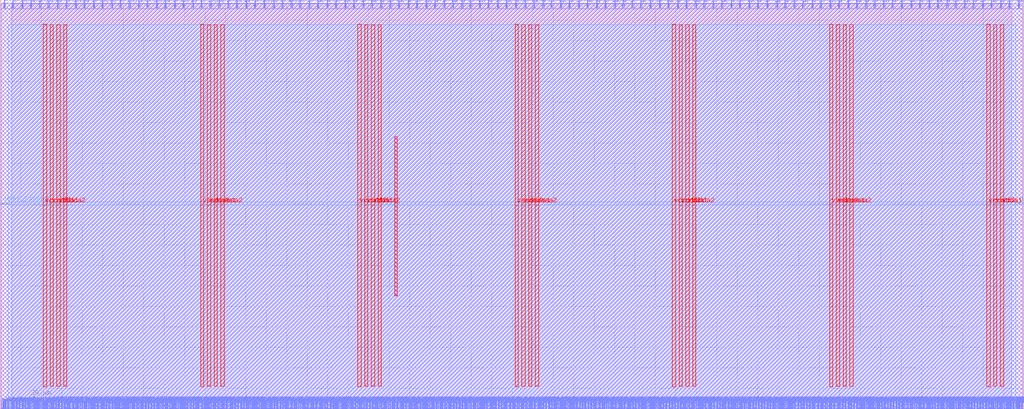
<source format=lef>
VERSION 5.7 ;
  NOWIREEXTENSIONATPIN ON ;
  DIVIDERCHAR "/" ;
  BUSBITCHARS "[]" ;
MACRO user_proj_example
  CLASS BLOCK ;
  FOREIGN user_proj_example ;
  ORIGIN 0.000 0.000 ;
  SIZE 500.000 BY 200.000 ;
  PIN io_in[0]
    DIRECTION INPUT ;
    USE SIGNAL ;
    PORT
      LAYER met2 ;
        RECT 1.930 196.000 2.210 200.000 ;
    END
  END io_in[0]
  PIN io_in[10]
    DIRECTION INPUT ;
    USE SIGNAL ;
    PORT
      LAYER met2 ;
        RECT 133.490 196.000 133.770 200.000 ;
    END
  END io_in[10]
  PIN io_in[11]
    DIRECTION INPUT ;
    USE SIGNAL ;
    PORT
      LAYER met2 ;
        RECT 146.370 196.000 146.650 200.000 ;
    END
  END io_in[11]
  PIN io_in[12]
    DIRECTION INPUT ;
    USE SIGNAL ;
    PORT
      LAYER met2 ;
        RECT 159.710 196.000 159.990 200.000 ;
    END
  END io_in[12]
  PIN io_in[13]
    DIRECTION INPUT ;
    USE SIGNAL ;
    PORT
      LAYER met2 ;
        RECT 172.590 196.000 172.870 200.000 ;
    END
  END io_in[13]
  PIN io_in[14]
    DIRECTION INPUT ;
    USE SIGNAL ;
    PORT
      LAYER met2 ;
        RECT 185.930 196.000 186.210 200.000 ;
    END
  END io_in[14]
  PIN io_in[15]
    DIRECTION INPUT ;
    USE SIGNAL ;
    PORT
      LAYER met2 ;
        RECT 199.270 196.000 199.550 200.000 ;
    END
  END io_in[15]
  PIN io_in[16]
    DIRECTION INPUT ;
    USE SIGNAL ;
    PORT
      LAYER met2 ;
        RECT 212.150 196.000 212.430 200.000 ;
    END
  END io_in[16]
  PIN io_in[17]
    DIRECTION INPUT ;
    USE SIGNAL ;
    PORT
      LAYER met2 ;
        RECT 225.490 196.000 225.770 200.000 ;
    END
  END io_in[17]
  PIN io_in[18]
    DIRECTION INPUT ;
    USE SIGNAL ;
    PORT
      LAYER met2 ;
        RECT 238.370 196.000 238.650 200.000 ;
    END
  END io_in[18]
  PIN io_in[19]
    DIRECTION INPUT ;
    USE SIGNAL ;
    PORT
      LAYER met2 ;
        RECT 251.710 196.000 251.990 200.000 ;
    END
  END io_in[19]
  PIN io_in[1]
    DIRECTION INPUT ;
    USE SIGNAL ;
    PORT
      LAYER met2 ;
        RECT 14.810 196.000 15.090 200.000 ;
    END
  END io_in[1]
  PIN io_in[20]
    DIRECTION INPUT ;
    USE SIGNAL ;
    PORT
      LAYER met2 ;
        RECT 265.050 196.000 265.330 200.000 ;
    END
  END io_in[20]
  PIN io_in[21]
    DIRECTION INPUT ;
    USE SIGNAL ;
    PORT
      LAYER met2 ;
        RECT 277.930 196.000 278.210 200.000 ;
    END
  END io_in[21]
  PIN io_in[22]
    DIRECTION INPUT ;
    USE SIGNAL ;
    PORT
      LAYER met2 ;
        RECT 291.270 196.000 291.550 200.000 ;
    END
  END io_in[22]
  PIN io_in[23]
    DIRECTION INPUT ;
    USE SIGNAL ;
    PORT
      LAYER met2 ;
        RECT 304.150 196.000 304.430 200.000 ;
    END
  END io_in[23]
  PIN io_in[24]
    DIRECTION INPUT ;
    USE SIGNAL ;
    PORT
      LAYER met2 ;
        RECT 317.490 196.000 317.770 200.000 ;
    END
  END io_in[24]
  PIN io_in[25]
    DIRECTION INPUT ;
    USE SIGNAL ;
    PORT
      LAYER met2 ;
        RECT 330.830 196.000 331.110 200.000 ;
    END
  END io_in[25]
  PIN io_in[26]
    DIRECTION INPUT ;
    USE SIGNAL ;
    PORT
      LAYER met2 ;
        RECT 343.710 196.000 343.990 200.000 ;
    END
  END io_in[26]
  PIN io_in[27]
    DIRECTION INPUT ;
    USE SIGNAL ;
    PORT
      LAYER met2 ;
        RECT 357.050 196.000 357.330 200.000 ;
    END
  END io_in[27]
  PIN io_in[28]
    DIRECTION INPUT ;
    USE SIGNAL ;
    PORT
      LAYER met2 ;
        RECT 369.930 196.000 370.210 200.000 ;
    END
  END io_in[28]
  PIN io_in[29]
    DIRECTION INPUT ;
    USE SIGNAL ;
    PORT
      LAYER met2 ;
        RECT 383.270 196.000 383.550 200.000 ;
    END
  END io_in[29]
  PIN io_in[2]
    DIRECTION INPUT ;
    USE SIGNAL ;
    PORT
      LAYER met2 ;
        RECT 28.150 196.000 28.430 200.000 ;
    END
  END io_in[2]
  PIN io_in[30]
    DIRECTION INPUT ;
    USE SIGNAL ;
    PORT
      LAYER met2 ;
        RECT 396.610 196.000 396.890 200.000 ;
    END
  END io_in[30]
  PIN io_in[31]
    DIRECTION INPUT ;
    USE SIGNAL ;
    PORT
      LAYER met2 ;
        RECT 409.490 196.000 409.770 200.000 ;
    END
  END io_in[31]
  PIN io_in[32]
    DIRECTION INPUT ;
    USE SIGNAL ;
    PORT
      LAYER met2 ;
        RECT 422.830 196.000 423.110 200.000 ;
    END
  END io_in[32]
  PIN io_in[33]
    DIRECTION INPUT ;
    USE SIGNAL ;
    PORT
      LAYER met2 ;
        RECT 435.710 196.000 435.990 200.000 ;
    END
  END io_in[33]
  PIN io_in[34]
    DIRECTION INPUT ;
    USE SIGNAL ;
    PORT
      LAYER met2 ;
        RECT 449.050 196.000 449.330 200.000 ;
    END
  END io_in[34]
  PIN io_in[35]
    DIRECTION INPUT ;
    USE SIGNAL ;
    PORT
      LAYER met2 ;
        RECT 462.390 196.000 462.670 200.000 ;
    END
  END io_in[35]
  PIN io_in[36]
    DIRECTION INPUT ;
    USE SIGNAL ;
    PORT
      LAYER met2 ;
        RECT 475.270 196.000 475.550 200.000 ;
    END
  END io_in[36]
  PIN io_in[37]
    DIRECTION INPUT ;
    USE SIGNAL ;
    PORT
      LAYER met2 ;
        RECT 488.610 196.000 488.890 200.000 ;
    END
  END io_in[37]
  PIN io_in[3]
    DIRECTION INPUT ;
    USE SIGNAL ;
    PORT
      LAYER met2 ;
        RECT 41.030 196.000 41.310 200.000 ;
    END
  END io_in[3]
  PIN io_in[4]
    DIRECTION INPUT ;
    USE SIGNAL ;
    PORT
      LAYER met2 ;
        RECT 54.370 196.000 54.650 200.000 ;
    END
  END io_in[4]
  PIN io_in[5]
    DIRECTION INPUT ;
    USE SIGNAL ;
    PORT
      LAYER met2 ;
        RECT 67.710 196.000 67.990 200.000 ;
    END
  END io_in[5]
  PIN io_in[6]
    DIRECTION INPUT ;
    USE SIGNAL ;
    PORT
      LAYER met2 ;
        RECT 80.590 196.000 80.870 200.000 ;
    END
  END io_in[6]
  PIN io_in[7]
    DIRECTION INPUT ;
    USE SIGNAL ;
    PORT
      LAYER met2 ;
        RECT 93.930 196.000 94.210 200.000 ;
    END
  END io_in[7]
  PIN io_in[8]
    DIRECTION INPUT ;
    USE SIGNAL ;
    PORT
      LAYER met2 ;
        RECT 106.810 196.000 107.090 200.000 ;
    END
  END io_in[8]
  PIN io_in[9]
    DIRECTION INPUT ;
    USE SIGNAL ;
    PORT
      LAYER met2 ;
        RECT 120.150 196.000 120.430 200.000 ;
    END
  END io_in[9]
  PIN io_oeb[0]
    DIRECTION OUTPUT TRISTATE ;
    USE SIGNAL ;
    PORT
      LAYER met2 ;
        RECT 6.070 196.000 6.350 200.000 ;
    END
  END io_oeb[0]
  PIN io_oeb[10]
    DIRECTION OUTPUT TRISTATE ;
    USE SIGNAL ;
    PORT
      LAYER met2 ;
        RECT 137.630 196.000 137.910 200.000 ;
    END
  END io_oeb[10]
  PIN io_oeb[11]
    DIRECTION OUTPUT TRISTATE ;
    USE SIGNAL ;
    PORT
      LAYER met2 ;
        RECT 150.970 196.000 151.250 200.000 ;
    END
  END io_oeb[11]
  PIN io_oeb[12]
    DIRECTION OUTPUT TRISTATE ;
    USE SIGNAL ;
    PORT
      LAYER met2 ;
        RECT 163.850 196.000 164.130 200.000 ;
    END
  END io_oeb[12]
  PIN io_oeb[13]
    DIRECTION OUTPUT TRISTATE ;
    USE SIGNAL ;
    PORT
      LAYER met2 ;
        RECT 177.190 196.000 177.470 200.000 ;
    END
  END io_oeb[13]
  PIN io_oeb[14]
    DIRECTION OUTPUT TRISTATE ;
    USE SIGNAL ;
    PORT
      LAYER met2 ;
        RECT 190.530 196.000 190.810 200.000 ;
    END
  END io_oeb[14]
  PIN io_oeb[15]
    DIRECTION OUTPUT TRISTATE ;
    USE SIGNAL ;
    PORT
      LAYER met2 ;
        RECT 203.410 196.000 203.690 200.000 ;
    END
  END io_oeb[15]
  PIN io_oeb[16]
    DIRECTION OUTPUT TRISTATE ;
    USE SIGNAL ;
    PORT
      LAYER met2 ;
        RECT 216.750 196.000 217.030 200.000 ;
    END
  END io_oeb[16]
  PIN io_oeb[17]
    DIRECTION OUTPUT TRISTATE ;
    USE SIGNAL ;
    PORT
      LAYER met2 ;
        RECT 229.630 196.000 229.910 200.000 ;
    END
  END io_oeb[17]
  PIN io_oeb[18]
    DIRECTION OUTPUT TRISTATE ;
    USE SIGNAL ;
    PORT
      LAYER met2 ;
        RECT 242.970 196.000 243.250 200.000 ;
    END
  END io_oeb[18]
  PIN io_oeb[19]
    DIRECTION OUTPUT TRISTATE ;
    USE SIGNAL ;
    PORT
      LAYER met2 ;
        RECT 256.310 196.000 256.590 200.000 ;
    END
  END io_oeb[19]
  PIN io_oeb[1]
    DIRECTION OUTPUT TRISTATE ;
    USE SIGNAL ;
    PORT
      LAYER met2 ;
        RECT 19.410 196.000 19.690 200.000 ;
    END
  END io_oeb[1]
  PIN io_oeb[20]
    DIRECTION OUTPUT TRISTATE ;
    USE SIGNAL ;
    PORT
      LAYER met2 ;
        RECT 269.190 196.000 269.470 200.000 ;
    END
  END io_oeb[20]
  PIN io_oeb[21]
    DIRECTION OUTPUT TRISTATE ;
    USE SIGNAL ;
    PORT
      LAYER met2 ;
        RECT 282.530 196.000 282.810 200.000 ;
    END
  END io_oeb[21]
  PIN io_oeb[22]
    DIRECTION OUTPUT TRISTATE ;
    USE SIGNAL ;
    PORT
      LAYER met2 ;
        RECT 295.410 196.000 295.690 200.000 ;
    END
  END io_oeb[22]
  PIN io_oeb[23]
    DIRECTION OUTPUT TRISTATE ;
    USE SIGNAL ;
    PORT
      LAYER met2 ;
        RECT 308.750 196.000 309.030 200.000 ;
    END
  END io_oeb[23]
  PIN io_oeb[24]
    DIRECTION OUTPUT TRISTATE ;
    USE SIGNAL ;
    PORT
      LAYER met2 ;
        RECT 322.090 196.000 322.370 200.000 ;
    END
  END io_oeb[24]
  PIN io_oeb[25]
    DIRECTION OUTPUT TRISTATE ;
    USE SIGNAL ;
    PORT
      LAYER met2 ;
        RECT 334.970 196.000 335.250 200.000 ;
    END
  END io_oeb[25]
  PIN io_oeb[26]
    DIRECTION OUTPUT TRISTATE ;
    USE SIGNAL ;
    PORT
      LAYER met2 ;
        RECT 348.310 196.000 348.590 200.000 ;
    END
  END io_oeb[26]
  PIN io_oeb[27]
    DIRECTION OUTPUT TRISTATE ;
    USE SIGNAL ;
    PORT
      LAYER met2 ;
        RECT 361.190 196.000 361.470 200.000 ;
    END
  END io_oeb[27]
  PIN io_oeb[28]
    DIRECTION OUTPUT TRISTATE ;
    USE SIGNAL ;
    PORT
      LAYER met2 ;
        RECT 374.530 196.000 374.810 200.000 ;
    END
  END io_oeb[28]
  PIN io_oeb[29]
    DIRECTION OUTPUT TRISTATE ;
    USE SIGNAL ;
    PORT
      LAYER met2 ;
        RECT 387.870 196.000 388.150 200.000 ;
    END
  END io_oeb[29]
  PIN io_oeb[2]
    DIRECTION OUTPUT TRISTATE ;
    USE SIGNAL ;
    PORT
      LAYER met2 ;
        RECT 32.290 196.000 32.570 200.000 ;
    END
  END io_oeb[2]
  PIN io_oeb[30]
    DIRECTION OUTPUT TRISTATE ;
    USE SIGNAL ;
    PORT
      LAYER met2 ;
        RECT 400.750 196.000 401.030 200.000 ;
    END
  END io_oeb[30]
  PIN io_oeb[31]
    DIRECTION OUTPUT TRISTATE ;
    USE SIGNAL ;
    PORT
      LAYER met2 ;
        RECT 414.090 196.000 414.370 200.000 ;
    END
  END io_oeb[31]
  PIN io_oeb[32]
    DIRECTION OUTPUT TRISTATE ;
    USE SIGNAL ;
    PORT
      LAYER met2 ;
        RECT 426.970 196.000 427.250 200.000 ;
    END
  END io_oeb[32]
  PIN io_oeb[33]
    DIRECTION OUTPUT TRISTATE ;
    USE SIGNAL ;
    PORT
      LAYER met2 ;
        RECT 440.310 196.000 440.590 200.000 ;
    END
  END io_oeb[33]
  PIN io_oeb[34]
    DIRECTION OUTPUT TRISTATE ;
    USE SIGNAL ;
    PORT
      LAYER met2 ;
        RECT 453.650 196.000 453.930 200.000 ;
    END
  END io_oeb[34]
  PIN io_oeb[35]
    DIRECTION OUTPUT TRISTATE ;
    USE SIGNAL ;
    PORT
      LAYER met2 ;
        RECT 466.530 196.000 466.810 200.000 ;
    END
  END io_oeb[35]
  PIN io_oeb[36]
    DIRECTION OUTPUT TRISTATE ;
    USE SIGNAL ;
    PORT
      LAYER met2 ;
        RECT 479.870 196.000 480.150 200.000 ;
    END
  END io_oeb[36]
  PIN io_oeb[37]
    DIRECTION OUTPUT TRISTATE ;
    USE SIGNAL ;
    PORT
      LAYER met2 ;
        RECT 492.750 196.000 493.030 200.000 ;
    END
  END io_oeb[37]
  PIN io_oeb[3]
    DIRECTION OUTPUT TRISTATE ;
    USE SIGNAL ;
    PORT
      LAYER met2 ;
        RECT 45.630 196.000 45.910 200.000 ;
    END
  END io_oeb[3]
  PIN io_oeb[4]
    DIRECTION OUTPUT TRISTATE ;
    USE SIGNAL ;
    PORT
      LAYER met2 ;
        RECT 58.510 196.000 58.790 200.000 ;
    END
  END io_oeb[4]
  PIN io_oeb[5]
    DIRECTION OUTPUT TRISTATE ;
    USE SIGNAL ;
    PORT
      LAYER met2 ;
        RECT 71.850 196.000 72.130 200.000 ;
    END
  END io_oeb[5]
  PIN io_oeb[6]
    DIRECTION OUTPUT TRISTATE ;
    USE SIGNAL ;
    PORT
      LAYER met2 ;
        RECT 85.190 196.000 85.470 200.000 ;
    END
  END io_oeb[6]
  PIN io_oeb[7]
    DIRECTION OUTPUT TRISTATE ;
    USE SIGNAL ;
    PORT
      LAYER met2 ;
        RECT 98.070 196.000 98.350 200.000 ;
    END
  END io_oeb[7]
  PIN io_oeb[8]
    DIRECTION OUTPUT TRISTATE ;
    USE SIGNAL ;
    PORT
      LAYER met2 ;
        RECT 111.410 196.000 111.690 200.000 ;
    END
  END io_oeb[8]
  PIN io_oeb[9]
    DIRECTION OUTPUT TRISTATE ;
    USE SIGNAL ;
    PORT
      LAYER met2 ;
        RECT 124.290 196.000 124.570 200.000 ;
    END
  END io_oeb[9]
  PIN io_out[0]
    DIRECTION OUTPUT TRISTATE ;
    USE SIGNAL ;
    PORT
      LAYER met2 ;
        RECT 10.670 196.000 10.950 200.000 ;
    END
  END io_out[0]
  PIN io_out[10]
    DIRECTION OUTPUT TRISTATE ;
    USE SIGNAL ;
    PORT
      LAYER met2 ;
        RECT 142.230 196.000 142.510 200.000 ;
    END
  END io_out[10]
  PIN io_out[11]
    DIRECTION OUTPUT TRISTATE ;
    USE SIGNAL ;
    PORT
      LAYER met2 ;
        RECT 155.110 196.000 155.390 200.000 ;
    END
  END io_out[11]
  PIN io_out[12]
    DIRECTION OUTPUT TRISTATE ;
    USE SIGNAL ;
    PORT
      LAYER met2 ;
        RECT 168.450 196.000 168.730 200.000 ;
    END
  END io_out[12]
  PIN io_out[13]
    DIRECTION OUTPUT TRISTATE ;
    USE SIGNAL ;
    PORT
      LAYER met2 ;
        RECT 181.330 196.000 181.610 200.000 ;
    END
  END io_out[13]
  PIN io_out[14]
    DIRECTION OUTPUT TRISTATE ;
    USE SIGNAL ;
    PORT
      LAYER met2 ;
        RECT 194.670 196.000 194.950 200.000 ;
    END
  END io_out[14]
  PIN io_out[15]
    DIRECTION OUTPUT TRISTATE ;
    USE SIGNAL ;
    PORT
      LAYER met2 ;
        RECT 208.010 196.000 208.290 200.000 ;
    END
  END io_out[15]
  PIN io_out[16]
    DIRECTION OUTPUT TRISTATE ;
    USE SIGNAL ;
    PORT
      LAYER met2 ;
        RECT 220.890 196.000 221.170 200.000 ;
    END
  END io_out[16]
  PIN io_out[17]
    DIRECTION OUTPUT TRISTATE ;
    USE SIGNAL ;
    PORT
      LAYER met2 ;
        RECT 234.230 196.000 234.510 200.000 ;
    END
  END io_out[17]
  PIN io_out[18]
    DIRECTION OUTPUT TRISTATE ;
    USE SIGNAL ;
    PORT
      LAYER met2 ;
        RECT 247.110 196.000 247.390 200.000 ;
    END
  END io_out[18]
  PIN io_out[19]
    DIRECTION OUTPUT TRISTATE ;
    USE SIGNAL ;
    PORT
      LAYER met2 ;
        RECT 260.450 196.000 260.730 200.000 ;
    END
  END io_out[19]
  PIN io_out[1]
    DIRECTION OUTPUT TRISTATE ;
    USE SIGNAL ;
    PORT
      LAYER met2 ;
        RECT 23.550 196.000 23.830 200.000 ;
    END
  END io_out[1]
  PIN io_out[20]
    DIRECTION OUTPUT TRISTATE ;
    USE SIGNAL ;
    PORT
      LAYER met2 ;
        RECT 273.790 196.000 274.070 200.000 ;
    END
  END io_out[20]
  PIN io_out[21]
    DIRECTION OUTPUT TRISTATE ;
    USE SIGNAL ;
    PORT
      LAYER met2 ;
        RECT 286.670 196.000 286.950 200.000 ;
    END
  END io_out[21]
  PIN io_out[22]
    DIRECTION OUTPUT TRISTATE ;
    USE SIGNAL ;
    PORT
      LAYER met2 ;
        RECT 300.010 196.000 300.290 200.000 ;
    END
  END io_out[22]
  PIN io_out[23]
    DIRECTION OUTPUT TRISTATE ;
    USE SIGNAL ;
    PORT
      LAYER met2 ;
        RECT 312.890 196.000 313.170 200.000 ;
    END
  END io_out[23]
  PIN io_out[24]
    DIRECTION OUTPUT TRISTATE ;
    USE SIGNAL ;
    PORT
      LAYER met2 ;
        RECT 326.230 196.000 326.510 200.000 ;
    END
  END io_out[24]
  PIN io_out[25]
    DIRECTION OUTPUT TRISTATE ;
    USE SIGNAL ;
    PORT
      LAYER met2 ;
        RECT 339.570 196.000 339.850 200.000 ;
    END
  END io_out[25]
  PIN io_out[26]
    DIRECTION OUTPUT TRISTATE ;
    USE SIGNAL ;
    PORT
      LAYER met2 ;
        RECT 352.450 196.000 352.730 200.000 ;
    END
  END io_out[26]
  PIN io_out[27]
    DIRECTION OUTPUT TRISTATE ;
    USE SIGNAL ;
    PORT
      LAYER met2 ;
        RECT 365.790 196.000 366.070 200.000 ;
    END
  END io_out[27]
  PIN io_out[28]
    DIRECTION OUTPUT TRISTATE ;
    USE SIGNAL ;
    PORT
      LAYER met2 ;
        RECT 379.130 196.000 379.410 200.000 ;
    END
  END io_out[28]
  PIN io_out[29]
    DIRECTION OUTPUT TRISTATE ;
    USE SIGNAL ;
    PORT
      LAYER met2 ;
        RECT 392.010 196.000 392.290 200.000 ;
    END
  END io_out[29]
  PIN io_out[2]
    DIRECTION OUTPUT TRISTATE ;
    USE SIGNAL ;
    PORT
      LAYER met2 ;
        RECT 36.890 196.000 37.170 200.000 ;
    END
  END io_out[2]
  PIN io_out[30]
    DIRECTION OUTPUT TRISTATE ;
    USE SIGNAL ;
    PORT
      LAYER met2 ;
        RECT 405.350 196.000 405.630 200.000 ;
    END
  END io_out[30]
  PIN io_out[31]
    DIRECTION OUTPUT TRISTATE ;
    USE SIGNAL ;
    PORT
      LAYER met2 ;
        RECT 418.230 196.000 418.510 200.000 ;
    END
  END io_out[31]
  PIN io_out[32]
    DIRECTION OUTPUT TRISTATE ;
    USE SIGNAL ;
    PORT
      LAYER met2 ;
        RECT 431.570 196.000 431.850 200.000 ;
    END
  END io_out[32]
  PIN io_out[33]
    DIRECTION OUTPUT TRISTATE ;
    USE SIGNAL ;
    PORT
      LAYER met2 ;
        RECT 444.910 196.000 445.190 200.000 ;
    END
  END io_out[33]
  PIN io_out[34]
    DIRECTION OUTPUT TRISTATE ;
    USE SIGNAL ;
    PORT
      LAYER met2 ;
        RECT 457.790 196.000 458.070 200.000 ;
    END
  END io_out[34]
  PIN io_out[35]
    DIRECTION OUTPUT TRISTATE ;
    USE SIGNAL ;
    PORT
      LAYER met2 ;
        RECT 471.130 196.000 471.410 200.000 ;
    END
  END io_out[35]
  PIN io_out[36]
    DIRECTION OUTPUT TRISTATE ;
    USE SIGNAL ;
    PORT
      LAYER met2 ;
        RECT 484.010 196.000 484.290 200.000 ;
    END
  END io_out[36]
  PIN io_out[37]
    DIRECTION OUTPUT TRISTATE ;
    USE SIGNAL ;
    PORT
      LAYER met2 ;
        RECT 497.350 196.000 497.630 200.000 ;
    END
  END io_out[37]
  PIN io_out[3]
    DIRECTION OUTPUT TRISTATE ;
    USE SIGNAL ;
    PORT
      LAYER met2 ;
        RECT 49.770 196.000 50.050 200.000 ;
    END
  END io_out[3]
  PIN io_out[4]
    DIRECTION OUTPUT TRISTATE ;
    USE SIGNAL ;
    PORT
      LAYER met2 ;
        RECT 63.110 196.000 63.390 200.000 ;
    END
  END io_out[4]
  PIN io_out[5]
    DIRECTION OUTPUT TRISTATE ;
    USE SIGNAL ;
    PORT
      LAYER met2 ;
        RECT 76.450 196.000 76.730 200.000 ;
    END
  END io_out[5]
  PIN io_out[6]
    DIRECTION OUTPUT TRISTATE ;
    USE SIGNAL ;
    PORT
      LAYER met2 ;
        RECT 89.330 196.000 89.610 200.000 ;
    END
  END io_out[6]
  PIN io_out[7]
    DIRECTION OUTPUT TRISTATE ;
    USE SIGNAL ;
    PORT
      LAYER met2 ;
        RECT 102.670 196.000 102.950 200.000 ;
    END
  END io_out[7]
  PIN io_out[8]
    DIRECTION OUTPUT TRISTATE ;
    USE SIGNAL ;
    PORT
      LAYER met2 ;
        RECT 115.550 196.000 115.830 200.000 ;
    END
  END io_out[8]
  PIN io_out[9]
    DIRECTION OUTPUT TRISTATE ;
    USE SIGNAL ;
    PORT
      LAYER met2 ;
        RECT 128.890 196.000 129.170 200.000 ;
    END
  END io_out[9]
  PIN irq[0]
    DIRECTION OUTPUT TRISTATE ;
    USE SIGNAL ;
    PORT
      LAYER met2 ;
        RECT 498.270 0.000 498.550 4.000 ;
    END
  END irq[0]
  PIN irq[1]
    DIRECTION OUTPUT TRISTATE ;
    USE SIGNAL ;
    PORT
      LAYER met2 ;
        RECT 499.190 0.000 499.470 4.000 ;
    END
  END irq[1]
  PIN irq[2]
    DIRECTION OUTPUT TRISTATE ;
    USE SIGNAL ;
    PORT
      LAYER met3 ;
        RECT 496.000 100.000 500.000 100.600 ;
    END
  END irq[2]
  PIN la_data_in[0]
    DIRECTION INPUT ;
    USE SIGNAL ;
    PORT
      LAYER met2 ;
        RECT 108.190 0.000 108.470 4.000 ;
    END
  END la_data_in[0]
  PIN la_data_in[100]
    DIRECTION INPUT ;
    USE SIGNAL ;
    PORT
      LAYER met2 ;
        RECT 412.710 0.000 412.990 4.000 ;
    END
  END la_data_in[100]
  PIN la_data_in[101]
    DIRECTION INPUT ;
    USE SIGNAL ;
    PORT
      LAYER met2 ;
        RECT 415.930 0.000 416.210 4.000 ;
    END
  END la_data_in[101]
  PIN la_data_in[102]
    DIRECTION INPUT ;
    USE SIGNAL ;
    PORT
      LAYER met2 ;
        RECT 419.150 0.000 419.430 4.000 ;
    END
  END la_data_in[102]
  PIN la_data_in[103]
    DIRECTION INPUT ;
    USE SIGNAL ;
    PORT
      LAYER met2 ;
        RECT 421.910 0.000 422.190 4.000 ;
    END
  END la_data_in[103]
  PIN la_data_in[104]
    DIRECTION INPUT ;
    USE SIGNAL ;
    PORT
      LAYER met2 ;
        RECT 425.130 0.000 425.410 4.000 ;
    END
  END la_data_in[104]
  PIN la_data_in[105]
    DIRECTION INPUT ;
    USE SIGNAL ;
    PORT
      LAYER met2 ;
        RECT 428.350 0.000 428.630 4.000 ;
    END
  END la_data_in[105]
  PIN la_data_in[106]
    DIRECTION INPUT ;
    USE SIGNAL ;
    PORT
      LAYER met2 ;
        RECT 431.110 0.000 431.390 4.000 ;
    END
  END la_data_in[106]
  PIN la_data_in[107]
    DIRECTION INPUT ;
    USE SIGNAL ;
    PORT
      LAYER met2 ;
        RECT 434.330 0.000 434.610 4.000 ;
    END
  END la_data_in[107]
  PIN la_data_in[108]
    DIRECTION INPUT ;
    USE SIGNAL ;
    PORT
      LAYER met2 ;
        RECT 437.550 0.000 437.830 4.000 ;
    END
  END la_data_in[108]
  PIN la_data_in[109]
    DIRECTION INPUT ;
    USE SIGNAL ;
    PORT
      LAYER met2 ;
        RECT 440.310 0.000 440.590 4.000 ;
    END
  END la_data_in[109]
  PIN la_data_in[10]
    DIRECTION INPUT ;
    USE SIGNAL ;
    PORT
      LAYER met2 ;
        RECT 138.550 0.000 138.830 4.000 ;
    END
  END la_data_in[10]
  PIN la_data_in[110]
    DIRECTION INPUT ;
    USE SIGNAL ;
    PORT
      LAYER met2 ;
        RECT 443.530 0.000 443.810 4.000 ;
    END
  END la_data_in[110]
  PIN la_data_in[111]
    DIRECTION INPUT ;
    USE SIGNAL ;
    PORT
      LAYER met2 ;
        RECT 446.290 0.000 446.570 4.000 ;
    END
  END la_data_in[111]
  PIN la_data_in[112]
    DIRECTION INPUT ;
    USE SIGNAL ;
    PORT
      LAYER met2 ;
        RECT 449.510 0.000 449.790 4.000 ;
    END
  END la_data_in[112]
  PIN la_data_in[113]
    DIRECTION INPUT ;
    USE SIGNAL ;
    PORT
      LAYER met2 ;
        RECT 452.730 0.000 453.010 4.000 ;
    END
  END la_data_in[113]
  PIN la_data_in[114]
    DIRECTION INPUT ;
    USE SIGNAL ;
    PORT
      LAYER met2 ;
        RECT 455.490 0.000 455.770 4.000 ;
    END
  END la_data_in[114]
  PIN la_data_in[115]
    DIRECTION INPUT ;
    USE SIGNAL ;
    PORT
      LAYER met2 ;
        RECT 458.710 0.000 458.990 4.000 ;
    END
  END la_data_in[115]
  PIN la_data_in[116]
    DIRECTION INPUT ;
    USE SIGNAL ;
    PORT
      LAYER met2 ;
        RECT 461.930 0.000 462.210 4.000 ;
    END
  END la_data_in[116]
  PIN la_data_in[117]
    DIRECTION INPUT ;
    USE SIGNAL ;
    PORT
      LAYER met2 ;
        RECT 464.690 0.000 464.970 4.000 ;
    END
  END la_data_in[117]
  PIN la_data_in[118]
    DIRECTION INPUT ;
    USE SIGNAL ;
    PORT
      LAYER met2 ;
        RECT 467.910 0.000 468.190 4.000 ;
    END
  END la_data_in[118]
  PIN la_data_in[119]
    DIRECTION INPUT ;
    USE SIGNAL ;
    PORT
      LAYER met2 ;
        RECT 470.670 0.000 470.950 4.000 ;
    END
  END la_data_in[119]
  PIN la_data_in[11]
    DIRECTION INPUT ;
    USE SIGNAL ;
    PORT
      LAYER met2 ;
        RECT 141.770 0.000 142.050 4.000 ;
    END
  END la_data_in[11]
  PIN la_data_in[120]
    DIRECTION INPUT ;
    USE SIGNAL ;
    PORT
      LAYER met2 ;
        RECT 473.890 0.000 474.170 4.000 ;
    END
  END la_data_in[120]
  PIN la_data_in[121]
    DIRECTION INPUT ;
    USE SIGNAL ;
    PORT
      LAYER met2 ;
        RECT 477.110 0.000 477.390 4.000 ;
    END
  END la_data_in[121]
  PIN la_data_in[122]
    DIRECTION INPUT ;
    USE SIGNAL ;
    PORT
      LAYER met2 ;
        RECT 479.870 0.000 480.150 4.000 ;
    END
  END la_data_in[122]
  PIN la_data_in[123]
    DIRECTION INPUT ;
    USE SIGNAL ;
    PORT
      LAYER met2 ;
        RECT 483.090 0.000 483.370 4.000 ;
    END
  END la_data_in[123]
  PIN la_data_in[124]
    DIRECTION INPUT ;
    USE SIGNAL ;
    PORT
      LAYER met2 ;
        RECT 486.310 0.000 486.590 4.000 ;
    END
  END la_data_in[124]
  PIN la_data_in[125]
    DIRECTION INPUT ;
    USE SIGNAL ;
    PORT
      LAYER met2 ;
        RECT 489.070 0.000 489.350 4.000 ;
    END
  END la_data_in[125]
  PIN la_data_in[126]
    DIRECTION INPUT ;
    USE SIGNAL ;
    PORT
      LAYER met2 ;
        RECT 492.290 0.000 492.570 4.000 ;
    END
  END la_data_in[126]
  PIN la_data_in[127]
    DIRECTION INPUT ;
    USE SIGNAL ;
    PORT
      LAYER met2 ;
        RECT 495.050 0.000 495.330 4.000 ;
    END
  END la_data_in[127]
  PIN la_data_in[12]
    DIRECTION INPUT ;
    USE SIGNAL ;
    PORT
      LAYER met2 ;
        RECT 144.530 0.000 144.810 4.000 ;
    END
  END la_data_in[12]
  PIN la_data_in[13]
    DIRECTION INPUT ;
    USE SIGNAL ;
    PORT
      LAYER met2 ;
        RECT 147.750 0.000 148.030 4.000 ;
    END
  END la_data_in[13]
  PIN la_data_in[14]
    DIRECTION INPUT ;
    USE SIGNAL ;
    PORT
      LAYER met2 ;
        RECT 150.510 0.000 150.790 4.000 ;
    END
  END la_data_in[14]
  PIN la_data_in[15]
    DIRECTION INPUT ;
    USE SIGNAL ;
    PORT
      LAYER met2 ;
        RECT 153.730 0.000 154.010 4.000 ;
    END
  END la_data_in[15]
  PIN la_data_in[16]
    DIRECTION INPUT ;
    USE SIGNAL ;
    PORT
      LAYER met2 ;
        RECT 156.950 0.000 157.230 4.000 ;
    END
  END la_data_in[16]
  PIN la_data_in[17]
    DIRECTION INPUT ;
    USE SIGNAL ;
    PORT
      LAYER met2 ;
        RECT 159.710 0.000 159.990 4.000 ;
    END
  END la_data_in[17]
  PIN la_data_in[18]
    DIRECTION INPUT ;
    USE SIGNAL ;
    PORT
      LAYER met2 ;
        RECT 162.930 0.000 163.210 4.000 ;
    END
  END la_data_in[18]
  PIN la_data_in[19]
    DIRECTION INPUT ;
    USE SIGNAL ;
    PORT
      LAYER met2 ;
        RECT 166.150 0.000 166.430 4.000 ;
    END
  END la_data_in[19]
  PIN la_data_in[1]
    DIRECTION INPUT ;
    USE SIGNAL ;
    PORT
      LAYER met2 ;
        RECT 110.950 0.000 111.230 4.000 ;
    END
  END la_data_in[1]
  PIN la_data_in[20]
    DIRECTION INPUT ;
    USE SIGNAL ;
    PORT
      LAYER met2 ;
        RECT 168.910 0.000 169.190 4.000 ;
    END
  END la_data_in[20]
  PIN la_data_in[21]
    DIRECTION INPUT ;
    USE SIGNAL ;
    PORT
      LAYER met2 ;
        RECT 172.130 0.000 172.410 4.000 ;
    END
  END la_data_in[21]
  PIN la_data_in[22]
    DIRECTION INPUT ;
    USE SIGNAL ;
    PORT
      LAYER met2 ;
        RECT 175.350 0.000 175.630 4.000 ;
    END
  END la_data_in[22]
  PIN la_data_in[23]
    DIRECTION INPUT ;
    USE SIGNAL ;
    PORT
      LAYER met2 ;
        RECT 178.110 0.000 178.390 4.000 ;
    END
  END la_data_in[23]
  PIN la_data_in[24]
    DIRECTION INPUT ;
    USE SIGNAL ;
    PORT
      LAYER met2 ;
        RECT 181.330 0.000 181.610 4.000 ;
    END
  END la_data_in[24]
  PIN la_data_in[25]
    DIRECTION INPUT ;
    USE SIGNAL ;
    PORT
      LAYER met2 ;
        RECT 184.090 0.000 184.370 4.000 ;
    END
  END la_data_in[25]
  PIN la_data_in[26]
    DIRECTION INPUT ;
    USE SIGNAL ;
    PORT
      LAYER met2 ;
        RECT 187.310 0.000 187.590 4.000 ;
    END
  END la_data_in[26]
  PIN la_data_in[27]
    DIRECTION INPUT ;
    USE SIGNAL ;
    PORT
      LAYER met2 ;
        RECT 190.530 0.000 190.810 4.000 ;
    END
  END la_data_in[27]
  PIN la_data_in[28]
    DIRECTION INPUT ;
    USE SIGNAL ;
    PORT
      LAYER met2 ;
        RECT 193.290 0.000 193.570 4.000 ;
    END
  END la_data_in[28]
  PIN la_data_in[29]
    DIRECTION INPUT ;
    USE SIGNAL ;
    PORT
      LAYER met2 ;
        RECT 196.510 0.000 196.790 4.000 ;
    END
  END la_data_in[29]
  PIN la_data_in[2]
    DIRECTION INPUT ;
    USE SIGNAL ;
    PORT
      LAYER met2 ;
        RECT 114.170 0.000 114.450 4.000 ;
    END
  END la_data_in[2]
  PIN la_data_in[30]
    DIRECTION INPUT ;
    USE SIGNAL ;
    PORT
      LAYER met2 ;
        RECT 199.730 0.000 200.010 4.000 ;
    END
  END la_data_in[30]
  PIN la_data_in[31]
    DIRECTION INPUT ;
    USE SIGNAL ;
    PORT
      LAYER met2 ;
        RECT 202.490 0.000 202.770 4.000 ;
    END
  END la_data_in[31]
  PIN la_data_in[32]
    DIRECTION INPUT ;
    USE SIGNAL ;
    PORT
      LAYER met2 ;
        RECT 205.710 0.000 205.990 4.000 ;
    END
  END la_data_in[32]
  PIN la_data_in[33]
    DIRECTION INPUT ;
    USE SIGNAL ;
    PORT
      LAYER met2 ;
        RECT 208.470 0.000 208.750 4.000 ;
    END
  END la_data_in[33]
  PIN la_data_in[34]
    DIRECTION INPUT ;
    USE SIGNAL ;
    PORT
      LAYER met2 ;
        RECT 211.690 0.000 211.970 4.000 ;
    END
  END la_data_in[34]
  PIN la_data_in[35]
    DIRECTION INPUT ;
    USE SIGNAL ;
    PORT
      LAYER met2 ;
        RECT 214.910 0.000 215.190 4.000 ;
    END
  END la_data_in[35]
  PIN la_data_in[36]
    DIRECTION INPUT ;
    USE SIGNAL ;
    PORT
      LAYER met2 ;
        RECT 217.670 0.000 217.950 4.000 ;
    END
  END la_data_in[36]
  PIN la_data_in[37]
    DIRECTION INPUT ;
    USE SIGNAL ;
    PORT
      LAYER met2 ;
        RECT 220.890 0.000 221.170 4.000 ;
    END
  END la_data_in[37]
  PIN la_data_in[38]
    DIRECTION INPUT ;
    USE SIGNAL ;
    PORT
      LAYER met2 ;
        RECT 224.110 0.000 224.390 4.000 ;
    END
  END la_data_in[38]
  PIN la_data_in[39]
    DIRECTION INPUT ;
    USE SIGNAL ;
    PORT
      LAYER met2 ;
        RECT 226.870 0.000 227.150 4.000 ;
    END
  END la_data_in[39]
  PIN la_data_in[3]
    DIRECTION INPUT ;
    USE SIGNAL ;
    PORT
      LAYER met2 ;
        RECT 117.390 0.000 117.670 4.000 ;
    END
  END la_data_in[3]
  PIN la_data_in[40]
    DIRECTION INPUT ;
    USE SIGNAL ;
    PORT
      LAYER met2 ;
        RECT 230.090 0.000 230.370 4.000 ;
    END
  END la_data_in[40]
  PIN la_data_in[41]
    DIRECTION INPUT ;
    USE SIGNAL ;
    PORT
      LAYER met2 ;
        RECT 232.850 0.000 233.130 4.000 ;
    END
  END la_data_in[41]
  PIN la_data_in[42]
    DIRECTION INPUT ;
    USE SIGNAL ;
    PORT
      LAYER met2 ;
        RECT 236.070 0.000 236.350 4.000 ;
    END
  END la_data_in[42]
  PIN la_data_in[43]
    DIRECTION INPUT ;
    USE SIGNAL ;
    PORT
      LAYER met2 ;
        RECT 239.290 0.000 239.570 4.000 ;
    END
  END la_data_in[43]
  PIN la_data_in[44]
    DIRECTION INPUT ;
    USE SIGNAL ;
    PORT
      LAYER met2 ;
        RECT 242.050 0.000 242.330 4.000 ;
    END
  END la_data_in[44]
  PIN la_data_in[45]
    DIRECTION INPUT ;
    USE SIGNAL ;
    PORT
      LAYER met2 ;
        RECT 245.270 0.000 245.550 4.000 ;
    END
  END la_data_in[45]
  PIN la_data_in[46]
    DIRECTION INPUT ;
    USE SIGNAL ;
    PORT
      LAYER met2 ;
        RECT 248.490 0.000 248.770 4.000 ;
    END
  END la_data_in[46]
  PIN la_data_in[47]
    DIRECTION INPUT ;
    USE SIGNAL ;
    PORT
      LAYER met2 ;
        RECT 251.250 0.000 251.530 4.000 ;
    END
  END la_data_in[47]
  PIN la_data_in[48]
    DIRECTION INPUT ;
    USE SIGNAL ;
    PORT
      LAYER met2 ;
        RECT 254.470 0.000 254.750 4.000 ;
    END
  END la_data_in[48]
  PIN la_data_in[49]
    DIRECTION INPUT ;
    USE SIGNAL ;
    PORT
      LAYER met2 ;
        RECT 257.230 0.000 257.510 4.000 ;
    END
  END la_data_in[49]
  PIN la_data_in[4]
    DIRECTION INPUT ;
    USE SIGNAL ;
    PORT
      LAYER met2 ;
        RECT 120.150 0.000 120.430 4.000 ;
    END
  END la_data_in[4]
  PIN la_data_in[50]
    DIRECTION INPUT ;
    USE SIGNAL ;
    PORT
      LAYER met2 ;
        RECT 260.450 0.000 260.730 4.000 ;
    END
  END la_data_in[50]
  PIN la_data_in[51]
    DIRECTION INPUT ;
    USE SIGNAL ;
    PORT
      LAYER met2 ;
        RECT 263.670 0.000 263.950 4.000 ;
    END
  END la_data_in[51]
  PIN la_data_in[52]
    DIRECTION INPUT ;
    USE SIGNAL ;
    PORT
      LAYER met2 ;
        RECT 266.430 0.000 266.710 4.000 ;
    END
  END la_data_in[52]
  PIN la_data_in[53]
    DIRECTION INPUT ;
    USE SIGNAL ;
    PORT
      LAYER met2 ;
        RECT 269.650 0.000 269.930 4.000 ;
    END
  END la_data_in[53]
  PIN la_data_in[54]
    DIRECTION INPUT ;
    USE SIGNAL ;
    PORT
      LAYER met2 ;
        RECT 272.870 0.000 273.150 4.000 ;
    END
  END la_data_in[54]
  PIN la_data_in[55]
    DIRECTION INPUT ;
    USE SIGNAL ;
    PORT
      LAYER met2 ;
        RECT 275.630 0.000 275.910 4.000 ;
    END
  END la_data_in[55]
  PIN la_data_in[56]
    DIRECTION INPUT ;
    USE SIGNAL ;
    PORT
      LAYER met2 ;
        RECT 278.850 0.000 279.130 4.000 ;
    END
  END la_data_in[56]
  PIN la_data_in[57]
    DIRECTION INPUT ;
    USE SIGNAL ;
    PORT
      LAYER met2 ;
        RECT 281.610 0.000 281.890 4.000 ;
    END
  END la_data_in[57]
  PIN la_data_in[58]
    DIRECTION INPUT ;
    USE SIGNAL ;
    PORT
      LAYER met2 ;
        RECT 284.830 0.000 285.110 4.000 ;
    END
  END la_data_in[58]
  PIN la_data_in[59]
    DIRECTION INPUT ;
    USE SIGNAL ;
    PORT
      LAYER met2 ;
        RECT 288.050 0.000 288.330 4.000 ;
    END
  END la_data_in[59]
  PIN la_data_in[5]
    DIRECTION INPUT ;
    USE SIGNAL ;
    PORT
      LAYER met2 ;
        RECT 123.370 0.000 123.650 4.000 ;
    END
  END la_data_in[5]
  PIN la_data_in[60]
    DIRECTION INPUT ;
    USE SIGNAL ;
    PORT
      LAYER met2 ;
        RECT 290.810 0.000 291.090 4.000 ;
    END
  END la_data_in[60]
  PIN la_data_in[61]
    DIRECTION INPUT ;
    USE SIGNAL ;
    PORT
      LAYER met2 ;
        RECT 294.030 0.000 294.310 4.000 ;
    END
  END la_data_in[61]
  PIN la_data_in[62]
    DIRECTION INPUT ;
    USE SIGNAL ;
    PORT
      LAYER met2 ;
        RECT 297.250 0.000 297.530 4.000 ;
    END
  END la_data_in[62]
  PIN la_data_in[63]
    DIRECTION INPUT ;
    USE SIGNAL ;
    PORT
      LAYER met2 ;
        RECT 300.010 0.000 300.290 4.000 ;
    END
  END la_data_in[63]
  PIN la_data_in[64]
    DIRECTION INPUT ;
    USE SIGNAL ;
    PORT
      LAYER met2 ;
        RECT 303.230 0.000 303.510 4.000 ;
    END
  END la_data_in[64]
  PIN la_data_in[65]
    DIRECTION INPUT ;
    USE SIGNAL ;
    PORT
      LAYER met2 ;
        RECT 306.450 0.000 306.730 4.000 ;
    END
  END la_data_in[65]
  PIN la_data_in[66]
    DIRECTION INPUT ;
    USE SIGNAL ;
    PORT
      LAYER met2 ;
        RECT 309.210 0.000 309.490 4.000 ;
    END
  END la_data_in[66]
  PIN la_data_in[67]
    DIRECTION INPUT ;
    USE SIGNAL ;
    PORT
      LAYER met2 ;
        RECT 312.430 0.000 312.710 4.000 ;
    END
  END la_data_in[67]
  PIN la_data_in[68]
    DIRECTION INPUT ;
    USE SIGNAL ;
    PORT
      LAYER met2 ;
        RECT 315.190 0.000 315.470 4.000 ;
    END
  END la_data_in[68]
  PIN la_data_in[69]
    DIRECTION INPUT ;
    USE SIGNAL ;
    PORT
      LAYER met2 ;
        RECT 318.410 0.000 318.690 4.000 ;
    END
  END la_data_in[69]
  PIN la_data_in[6]
    DIRECTION INPUT ;
    USE SIGNAL ;
    PORT
      LAYER met2 ;
        RECT 126.130 0.000 126.410 4.000 ;
    END
  END la_data_in[6]
  PIN la_data_in[70]
    DIRECTION INPUT ;
    USE SIGNAL ;
    PORT
      LAYER met2 ;
        RECT 321.630 0.000 321.910 4.000 ;
    END
  END la_data_in[70]
  PIN la_data_in[71]
    DIRECTION INPUT ;
    USE SIGNAL ;
    PORT
      LAYER met2 ;
        RECT 324.390 0.000 324.670 4.000 ;
    END
  END la_data_in[71]
  PIN la_data_in[72]
    DIRECTION INPUT ;
    USE SIGNAL ;
    PORT
      LAYER met2 ;
        RECT 327.610 0.000 327.890 4.000 ;
    END
  END la_data_in[72]
  PIN la_data_in[73]
    DIRECTION INPUT ;
    USE SIGNAL ;
    PORT
      LAYER met2 ;
        RECT 330.830 0.000 331.110 4.000 ;
    END
  END la_data_in[73]
  PIN la_data_in[74]
    DIRECTION INPUT ;
    USE SIGNAL ;
    PORT
      LAYER met2 ;
        RECT 333.590 0.000 333.870 4.000 ;
    END
  END la_data_in[74]
  PIN la_data_in[75]
    DIRECTION INPUT ;
    USE SIGNAL ;
    PORT
      LAYER met2 ;
        RECT 336.810 0.000 337.090 4.000 ;
    END
  END la_data_in[75]
  PIN la_data_in[76]
    DIRECTION INPUT ;
    USE SIGNAL ;
    PORT
      LAYER met2 ;
        RECT 339.570 0.000 339.850 4.000 ;
    END
  END la_data_in[76]
  PIN la_data_in[77]
    DIRECTION INPUT ;
    USE SIGNAL ;
    PORT
      LAYER met2 ;
        RECT 342.790 0.000 343.070 4.000 ;
    END
  END la_data_in[77]
  PIN la_data_in[78]
    DIRECTION INPUT ;
    USE SIGNAL ;
    PORT
      LAYER met2 ;
        RECT 346.010 0.000 346.290 4.000 ;
    END
  END la_data_in[78]
  PIN la_data_in[79]
    DIRECTION INPUT ;
    USE SIGNAL ;
    PORT
      LAYER met2 ;
        RECT 348.770 0.000 349.050 4.000 ;
    END
  END la_data_in[79]
  PIN la_data_in[7]
    DIRECTION INPUT ;
    USE SIGNAL ;
    PORT
      LAYER met2 ;
        RECT 129.350 0.000 129.630 4.000 ;
    END
  END la_data_in[7]
  PIN la_data_in[80]
    DIRECTION INPUT ;
    USE SIGNAL ;
    PORT
      LAYER met2 ;
        RECT 351.990 0.000 352.270 4.000 ;
    END
  END la_data_in[80]
  PIN la_data_in[81]
    DIRECTION INPUT ;
    USE SIGNAL ;
    PORT
      LAYER met2 ;
        RECT 355.210 0.000 355.490 4.000 ;
    END
  END la_data_in[81]
  PIN la_data_in[82]
    DIRECTION INPUT ;
    USE SIGNAL ;
    PORT
      LAYER met2 ;
        RECT 357.970 0.000 358.250 4.000 ;
    END
  END la_data_in[82]
  PIN la_data_in[83]
    DIRECTION INPUT ;
    USE SIGNAL ;
    PORT
      LAYER met2 ;
        RECT 361.190 0.000 361.470 4.000 ;
    END
  END la_data_in[83]
  PIN la_data_in[84]
    DIRECTION INPUT ;
    USE SIGNAL ;
    PORT
      LAYER met2 ;
        RECT 363.950 0.000 364.230 4.000 ;
    END
  END la_data_in[84]
  PIN la_data_in[85]
    DIRECTION INPUT ;
    USE SIGNAL ;
    PORT
      LAYER met2 ;
        RECT 367.170 0.000 367.450 4.000 ;
    END
  END la_data_in[85]
  PIN la_data_in[86]
    DIRECTION INPUT ;
    USE SIGNAL ;
    PORT
      LAYER met2 ;
        RECT 370.390 0.000 370.670 4.000 ;
    END
  END la_data_in[86]
  PIN la_data_in[87]
    DIRECTION INPUT ;
    USE SIGNAL ;
    PORT
      LAYER met2 ;
        RECT 373.150 0.000 373.430 4.000 ;
    END
  END la_data_in[87]
  PIN la_data_in[88]
    DIRECTION INPUT ;
    USE SIGNAL ;
    PORT
      LAYER met2 ;
        RECT 376.370 0.000 376.650 4.000 ;
    END
  END la_data_in[88]
  PIN la_data_in[89]
    DIRECTION INPUT ;
    USE SIGNAL ;
    PORT
      LAYER met2 ;
        RECT 379.590 0.000 379.870 4.000 ;
    END
  END la_data_in[89]
  PIN la_data_in[8]
    DIRECTION INPUT ;
    USE SIGNAL ;
    PORT
      LAYER met2 ;
        RECT 132.570 0.000 132.850 4.000 ;
    END
  END la_data_in[8]
  PIN la_data_in[90]
    DIRECTION INPUT ;
    USE SIGNAL ;
    PORT
      LAYER met2 ;
        RECT 382.350 0.000 382.630 4.000 ;
    END
  END la_data_in[90]
  PIN la_data_in[91]
    DIRECTION INPUT ;
    USE SIGNAL ;
    PORT
      LAYER met2 ;
        RECT 385.570 0.000 385.850 4.000 ;
    END
  END la_data_in[91]
  PIN la_data_in[92]
    DIRECTION INPUT ;
    USE SIGNAL ;
    PORT
      LAYER met2 ;
        RECT 388.330 0.000 388.610 4.000 ;
    END
  END la_data_in[92]
  PIN la_data_in[93]
    DIRECTION INPUT ;
    USE SIGNAL ;
    PORT
      LAYER met2 ;
        RECT 391.550 0.000 391.830 4.000 ;
    END
  END la_data_in[93]
  PIN la_data_in[94]
    DIRECTION INPUT ;
    USE SIGNAL ;
    PORT
      LAYER met2 ;
        RECT 394.770 0.000 395.050 4.000 ;
    END
  END la_data_in[94]
  PIN la_data_in[95]
    DIRECTION INPUT ;
    USE SIGNAL ;
    PORT
      LAYER met2 ;
        RECT 397.530 0.000 397.810 4.000 ;
    END
  END la_data_in[95]
  PIN la_data_in[96]
    DIRECTION INPUT ;
    USE SIGNAL ;
    PORT
      LAYER met2 ;
        RECT 400.750 0.000 401.030 4.000 ;
    END
  END la_data_in[96]
  PIN la_data_in[97]
    DIRECTION INPUT ;
    USE SIGNAL ;
    PORT
      LAYER met2 ;
        RECT 403.970 0.000 404.250 4.000 ;
    END
  END la_data_in[97]
  PIN la_data_in[98]
    DIRECTION INPUT ;
    USE SIGNAL ;
    PORT
      LAYER met2 ;
        RECT 406.730 0.000 407.010 4.000 ;
    END
  END la_data_in[98]
  PIN la_data_in[99]
    DIRECTION INPUT ;
    USE SIGNAL ;
    PORT
      LAYER met2 ;
        RECT 409.950 0.000 410.230 4.000 ;
    END
  END la_data_in[99]
  PIN la_data_in[9]
    DIRECTION INPUT ;
    USE SIGNAL ;
    PORT
      LAYER met2 ;
        RECT 135.330 0.000 135.610 4.000 ;
    END
  END la_data_in[9]
  PIN la_data_out[0]
    DIRECTION OUTPUT TRISTATE ;
    USE SIGNAL ;
    PORT
      LAYER met2 ;
        RECT 109.110 0.000 109.390 4.000 ;
    END
  END la_data_out[0]
  PIN la_data_out[100]
    DIRECTION OUTPUT TRISTATE ;
    USE SIGNAL ;
    PORT
      LAYER met2 ;
        RECT 414.090 0.000 414.370 4.000 ;
    END
  END la_data_out[100]
  PIN la_data_out[101]
    DIRECTION OUTPUT TRISTATE ;
    USE SIGNAL ;
    PORT
      LAYER met2 ;
        RECT 416.850 0.000 417.130 4.000 ;
    END
  END la_data_out[101]
  PIN la_data_out[102]
    DIRECTION OUTPUT TRISTATE ;
    USE SIGNAL ;
    PORT
      LAYER met2 ;
        RECT 420.070 0.000 420.350 4.000 ;
    END
  END la_data_out[102]
  PIN la_data_out[103]
    DIRECTION OUTPUT TRISTATE ;
    USE SIGNAL ;
    PORT
      LAYER met2 ;
        RECT 423.290 0.000 423.570 4.000 ;
    END
  END la_data_out[103]
  PIN la_data_out[104]
    DIRECTION OUTPUT TRISTATE ;
    USE SIGNAL ;
    PORT
      LAYER met2 ;
        RECT 426.050 0.000 426.330 4.000 ;
    END
  END la_data_out[104]
  PIN la_data_out[105]
    DIRECTION OUTPUT TRISTATE ;
    USE SIGNAL ;
    PORT
      LAYER met2 ;
        RECT 429.270 0.000 429.550 4.000 ;
    END
  END la_data_out[105]
  PIN la_data_out[106]
    DIRECTION OUTPUT TRISTATE ;
    USE SIGNAL ;
    PORT
      LAYER met2 ;
        RECT 432.030 0.000 432.310 4.000 ;
    END
  END la_data_out[106]
  PIN la_data_out[107]
    DIRECTION OUTPUT TRISTATE ;
    USE SIGNAL ;
    PORT
      LAYER met2 ;
        RECT 435.250 0.000 435.530 4.000 ;
    END
  END la_data_out[107]
  PIN la_data_out[108]
    DIRECTION OUTPUT TRISTATE ;
    USE SIGNAL ;
    PORT
      LAYER met2 ;
        RECT 438.470 0.000 438.750 4.000 ;
    END
  END la_data_out[108]
  PIN la_data_out[109]
    DIRECTION OUTPUT TRISTATE ;
    USE SIGNAL ;
    PORT
      LAYER met2 ;
        RECT 441.230 0.000 441.510 4.000 ;
    END
  END la_data_out[109]
  PIN la_data_out[10]
    DIRECTION OUTPUT TRISTATE ;
    USE SIGNAL ;
    PORT
      LAYER met2 ;
        RECT 139.470 0.000 139.750 4.000 ;
    END
  END la_data_out[10]
  PIN la_data_out[110]
    DIRECTION OUTPUT TRISTATE ;
    USE SIGNAL ;
    PORT
      LAYER met2 ;
        RECT 444.450 0.000 444.730 4.000 ;
    END
  END la_data_out[110]
  PIN la_data_out[111]
    DIRECTION OUTPUT TRISTATE ;
    USE SIGNAL ;
    PORT
      LAYER met2 ;
        RECT 447.670 0.000 447.950 4.000 ;
    END
  END la_data_out[111]
  PIN la_data_out[112]
    DIRECTION OUTPUT TRISTATE ;
    USE SIGNAL ;
    PORT
      LAYER met2 ;
        RECT 450.430 0.000 450.710 4.000 ;
    END
  END la_data_out[112]
  PIN la_data_out[113]
    DIRECTION OUTPUT TRISTATE ;
    USE SIGNAL ;
    PORT
      LAYER met2 ;
        RECT 453.650 0.000 453.930 4.000 ;
    END
  END la_data_out[113]
  PIN la_data_out[114]
    DIRECTION OUTPUT TRISTATE ;
    USE SIGNAL ;
    PORT
      LAYER met2 ;
        RECT 456.410 0.000 456.690 4.000 ;
    END
  END la_data_out[114]
  PIN la_data_out[115]
    DIRECTION OUTPUT TRISTATE ;
    USE SIGNAL ;
    PORT
      LAYER met2 ;
        RECT 459.630 0.000 459.910 4.000 ;
    END
  END la_data_out[115]
  PIN la_data_out[116]
    DIRECTION OUTPUT TRISTATE ;
    USE SIGNAL ;
    PORT
      LAYER met2 ;
        RECT 462.850 0.000 463.130 4.000 ;
    END
  END la_data_out[116]
  PIN la_data_out[117]
    DIRECTION OUTPUT TRISTATE ;
    USE SIGNAL ;
    PORT
      LAYER met2 ;
        RECT 465.610 0.000 465.890 4.000 ;
    END
  END la_data_out[117]
  PIN la_data_out[118]
    DIRECTION OUTPUT TRISTATE ;
    USE SIGNAL ;
    PORT
      LAYER met2 ;
        RECT 468.830 0.000 469.110 4.000 ;
    END
  END la_data_out[118]
  PIN la_data_out[119]
    DIRECTION OUTPUT TRISTATE ;
    USE SIGNAL ;
    PORT
      LAYER met2 ;
        RECT 472.050 0.000 472.330 4.000 ;
    END
  END la_data_out[119]
  PIN la_data_out[11]
    DIRECTION OUTPUT TRISTATE ;
    USE SIGNAL ;
    PORT
      LAYER met2 ;
        RECT 142.690 0.000 142.970 4.000 ;
    END
  END la_data_out[11]
  PIN la_data_out[120]
    DIRECTION OUTPUT TRISTATE ;
    USE SIGNAL ;
    PORT
      LAYER met2 ;
        RECT 474.810 0.000 475.090 4.000 ;
    END
  END la_data_out[120]
  PIN la_data_out[121]
    DIRECTION OUTPUT TRISTATE ;
    USE SIGNAL ;
    PORT
      LAYER met2 ;
        RECT 478.030 0.000 478.310 4.000 ;
    END
  END la_data_out[121]
  PIN la_data_out[122]
    DIRECTION OUTPUT TRISTATE ;
    USE SIGNAL ;
    PORT
      LAYER met2 ;
        RECT 481.250 0.000 481.530 4.000 ;
    END
  END la_data_out[122]
  PIN la_data_out[123]
    DIRECTION OUTPUT TRISTATE ;
    USE SIGNAL ;
    PORT
      LAYER met2 ;
        RECT 484.010 0.000 484.290 4.000 ;
    END
  END la_data_out[123]
  PIN la_data_out[124]
    DIRECTION OUTPUT TRISTATE ;
    USE SIGNAL ;
    PORT
      LAYER met2 ;
        RECT 487.230 0.000 487.510 4.000 ;
    END
  END la_data_out[124]
  PIN la_data_out[125]
    DIRECTION OUTPUT TRISTATE ;
    USE SIGNAL ;
    PORT
      LAYER met2 ;
        RECT 489.990 0.000 490.270 4.000 ;
    END
  END la_data_out[125]
  PIN la_data_out[126]
    DIRECTION OUTPUT TRISTATE ;
    USE SIGNAL ;
    PORT
      LAYER met2 ;
        RECT 493.210 0.000 493.490 4.000 ;
    END
  END la_data_out[126]
  PIN la_data_out[127]
    DIRECTION OUTPUT TRISTATE ;
    USE SIGNAL ;
    PORT
      LAYER met2 ;
        RECT 496.430 0.000 496.710 4.000 ;
    END
  END la_data_out[127]
  PIN la_data_out[12]
    DIRECTION OUTPUT TRISTATE ;
    USE SIGNAL ;
    PORT
      LAYER met2 ;
        RECT 145.450 0.000 145.730 4.000 ;
    END
  END la_data_out[12]
  PIN la_data_out[13]
    DIRECTION OUTPUT TRISTATE ;
    USE SIGNAL ;
    PORT
      LAYER met2 ;
        RECT 148.670 0.000 148.950 4.000 ;
    END
  END la_data_out[13]
  PIN la_data_out[14]
    DIRECTION OUTPUT TRISTATE ;
    USE SIGNAL ;
    PORT
      LAYER met2 ;
        RECT 151.890 0.000 152.170 4.000 ;
    END
  END la_data_out[14]
  PIN la_data_out[15]
    DIRECTION OUTPUT TRISTATE ;
    USE SIGNAL ;
    PORT
      LAYER met2 ;
        RECT 154.650 0.000 154.930 4.000 ;
    END
  END la_data_out[15]
  PIN la_data_out[16]
    DIRECTION OUTPUT TRISTATE ;
    USE SIGNAL ;
    PORT
      LAYER met2 ;
        RECT 157.870 0.000 158.150 4.000 ;
    END
  END la_data_out[16]
  PIN la_data_out[17]
    DIRECTION OUTPUT TRISTATE ;
    USE SIGNAL ;
    PORT
      LAYER met2 ;
        RECT 161.090 0.000 161.370 4.000 ;
    END
  END la_data_out[17]
  PIN la_data_out[18]
    DIRECTION OUTPUT TRISTATE ;
    USE SIGNAL ;
    PORT
      LAYER met2 ;
        RECT 163.850 0.000 164.130 4.000 ;
    END
  END la_data_out[18]
  PIN la_data_out[19]
    DIRECTION OUTPUT TRISTATE ;
    USE SIGNAL ;
    PORT
      LAYER met2 ;
        RECT 167.070 0.000 167.350 4.000 ;
    END
  END la_data_out[19]
  PIN la_data_out[1]
    DIRECTION OUTPUT TRISTATE ;
    USE SIGNAL ;
    PORT
      LAYER met2 ;
        RECT 112.330 0.000 112.610 4.000 ;
    END
  END la_data_out[1]
  PIN la_data_out[20]
    DIRECTION OUTPUT TRISTATE ;
    USE SIGNAL ;
    PORT
      LAYER met2 ;
        RECT 169.830 0.000 170.110 4.000 ;
    END
  END la_data_out[20]
  PIN la_data_out[21]
    DIRECTION OUTPUT TRISTATE ;
    USE SIGNAL ;
    PORT
      LAYER met2 ;
        RECT 173.050 0.000 173.330 4.000 ;
    END
  END la_data_out[21]
  PIN la_data_out[22]
    DIRECTION OUTPUT TRISTATE ;
    USE SIGNAL ;
    PORT
      LAYER met2 ;
        RECT 176.270 0.000 176.550 4.000 ;
    END
  END la_data_out[22]
  PIN la_data_out[23]
    DIRECTION OUTPUT TRISTATE ;
    USE SIGNAL ;
    PORT
      LAYER met2 ;
        RECT 179.030 0.000 179.310 4.000 ;
    END
  END la_data_out[23]
  PIN la_data_out[24]
    DIRECTION OUTPUT TRISTATE ;
    USE SIGNAL ;
    PORT
      LAYER met2 ;
        RECT 182.250 0.000 182.530 4.000 ;
    END
  END la_data_out[24]
  PIN la_data_out[25]
    DIRECTION OUTPUT TRISTATE ;
    USE SIGNAL ;
    PORT
      LAYER met2 ;
        RECT 185.470 0.000 185.750 4.000 ;
    END
  END la_data_out[25]
  PIN la_data_out[26]
    DIRECTION OUTPUT TRISTATE ;
    USE SIGNAL ;
    PORT
      LAYER met2 ;
        RECT 188.230 0.000 188.510 4.000 ;
    END
  END la_data_out[26]
  PIN la_data_out[27]
    DIRECTION OUTPUT TRISTATE ;
    USE SIGNAL ;
    PORT
      LAYER met2 ;
        RECT 191.450 0.000 191.730 4.000 ;
    END
  END la_data_out[27]
  PIN la_data_out[28]
    DIRECTION OUTPUT TRISTATE ;
    USE SIGNAL ;
    PORT
      LAYER met2 ;
        RECT 194.210 0.000 194.490 4.000 ;
    END
  END la_data_out[28]
  PIN la_data_out[29]
    DIRECTION OUTPUT TRISTATE ;
    USE SIGNAL ;
    PORT
      LAYER met2 ;
        RECT 197.430 0.000 197.710 4.000 ;
    END
  END la_data_out[29]
  PIN la_data_out[2]
    DIRECTION OUTPUT TRISTATE ;
    USE SIGNAL ;
    PORT
      LAYER met2 ;
        RECT 115.090 0.000 115.370 4.000 ;
    END
  END la_data_out[2]
  PIN la_data_out[30]
    DIRECTION OUTPUT TRISTATE ;
    USE SIGNAL ;
    PORT
      LAYER met2 ;
        RECT 200.650 0.000 200.930 4.000 ;
    END
  END la_data_out[30]
  PIN la_data_out[31]
    DIRECTION OUTPUT TRISTATE ;
    USE SIGNAL ;
    PORT
      LAYER met2 ;
        RECT 203.410 0.000 203.690 4.000 ;
    END
  END la_data_out[31]
  PIN la_data_out[32]
    DIRECTION OUTPUT TRISTATE ;
    USE SIGNAL ;
    PORT
      LAYER met2 ;
        RECT 206.630 0.000 206.910 4.000 ;
    END
  END la_data_out[32]
  PIN la_data_out[33]
    DIRECTION OUTPUT TRISTATE ;
    USE SIGNAL ;
    PORT
      LAYER met2 ;
        RECT 209.850 0.000 210.130 4.000 ;
    END
  END la_data_out[33]
  PIN la_data_out[34]
    DIRECTION OUTPUT TRISTATE ;
    USE SIGNAL ;
    PORT
      LAYER met2 ;
        RECT 212.610 0.000 212.890 4.000 ;
    END
  END la_data_out[34]
  PIN la_data_out[35]
    DIRECTION OUTPUT TRISTATE ;
    USE SIGNAL ;
    PORT
      LAYER met2 ;
        RECT 215.830 0.000 216.110 4.000 ;
    END
  END la_data_out[35]
  PIN la_data_out[36]
    DIRECTION OUTPUT TRISTATE ;
    USE SIGNAL ;
    PORT
      LAYER met2 ;
        RECT 219.050 0.000 219.330 4.000 ;
    END
  END la_data_out[36]
  PIN la_data_out[37]
    DIRECTION OUTPUT TRISTATE ;
    USE SIGNAL ;
    PORT
      LAYER met2 ;
        RECT 221.810 0.000 222.090 4.000 ;
    END
  END la_data_out[37]
  PIN la_data_out[38]
    DIRECTION OUTPUT TRISTATE ;
    USE SIGNAL ;
    PORT
      LAYER met2 ;
        RECT 225.030 0.000 225.310 4.000 ;
    END
  END la_data_out[38]
  PIN la_data_out[39]
    DIRECTION OUTPUT TRISTATE ;
    USE SIGNAL ;
    PORT
      LAYER met2 ;
        RECT 227.790 0.000 228.070 4.000 ;
    END
  END la_data_out[39]
  PIN la_data_out[3]
    DIRECTION OUTPUT TRISTATE ;
    USE SIGNAL ;
    PORT
      LAYER met2 ;
        RECT 118.310 0.000 118.590 4.000 ;
    END
  END la_data_out[3]
  PIN la_data_out[40]
    DIRECTION OUTPUT TRISTATE ;
    USE SIGNAL ;
    PORT
      LAYER met2 ;
        RECT 231.010 0.000 231.290 4.000 ;
    END
  END la_data_out[40]
  PIN la_data_out[41]
    DIRECTION OUTPUT TRISTATE ;
    USE SIGNAL ;
    PORT
      LAYER met2 ;
        RECT 234.230 0.000 234.510 4.000 ;
    END
  END la_data_out[41]
  PIN la_data_out[42]
    DIRECTION OUTPUT TRISTATE ;
    USE SIGNAL ;
    PORT
      LAYER met2 ;
        RECT 236.990 0.000 237.270 4.000 ;
    END
  END la_data_out[42]
  PIN la_data_out[43]
    DIRECTION OUTPUT TRISTATE ;
    USE SIGNAL ;
    PORT
      LAYER met2 ;
        RECT 240.210 0.000 240.490 4.000 ;
    END
  END la_data_out[43]
  PIN la_data_out[44]
    DIRECTION OUTPUT TRISTATE ;
    USE SIGNAL ;
    PORT
      LAYER met2 ;
        RECT 243.430 0.000 243.710 4.000 ;
    END
  END la_data_out[44]
  PIN la_data_out[45]
    DIRECTION OUTPUT TRISTATE ;
    USE SIGNAL ;
    PORT
      LAYER met2 ;
        RECT 246.190 0.000 246.470 4.000 ;
    END
  END la_data_out[45]
  PIN la_data_out[46]
    DIRECTION OUTPUT TRISTATE ;
    USE SIGNAL ;
    PORT
      LAYER met2 ;
        RECT 249.410 0.000 249.690 4.000 ;
    END
  END la_data_out[46]
  PIN la_data_out[47]
    DIRECTION OUTPUT TRISTATE ;
    USE SIGNAL ;
    PORT
      LAYER met2 ;
        RECT 252.170 0.000 252.450 4.000 ;
    END
  END la_data_out[47]
  PIN la_data_out[48]
    DIRECTION OUTPUT TRISTATE ;
    USE SIGNAL ;
    PORT
      LAYER met2 ;
        RECT 255.390 0.000 255.670 4.000 ;
    END
  END la_data_out[48]
  PIN la_data_out[49]
    DIRECTION OUTPUT TRISTATE ;
    USE SIGNAL ;
    PORT
      LAYER met2 ;
        RECT 258.610 0.000 258.890 4.000 ;
    END
  END la_data_out[49]
  PIN la_data_out[4]
    DIRECTION OUTPUT TRISTATE ;
    USE SIGNAL ;
    PORT
      LAYER met2 ;
        RECT 121.070 0.000 121.350 4.000 ;
    END
  END la_data_out[4]
  PIN la_data_out[50]
    DIRECTION OUTPUT TRISTATE ;
    USE SIGNAL ;
    PORT
      LAYER met2 ;
        RECT 261.370 0.000 261.650 4.000 ;
    END
  END la_data_out[50]
  PIN la_data_out[51]
    DIRECTION OUTPUT TRISTATE ;
    USE SIGNAL ;
    PORT
      LAYER met2 ;
        RECT 264.590 0.000 264.870 4.000 ;
    END
  END la_data_out[51]
  PIN la_data_out[52]
    DIRECTION OUTPUT TRISTATE ;
    USE SIGNAL ;
    PORT
      LAYER met2 ;
        RECT 267.810 0.000 268.090 4.000 ;
    END
  END la_data_out[52]
  PIN la_data_out[53]
    DIRECTION OUTPUT TRISTATE ;
    USE SIGNAL ;
    PORT
      LAYER met2 ;
        RECT 270.570 0.000 270.850 4.000 ;
    END
  END la_data_out[53]
  PIN la_data_out[54]
    DIRECTION OUTPUT TRISTATE ;
    USE SIGNAL ;
    PORT
      LAYER met2 ;
        RECT 273.790 0.000 274.070 4.000 ;
    END
  END la_data_out[54]
  PIN la_data_out[55]
    DIRECTION OUTPUT TRISTATE ;
    USE SIGNAL ;
    PORT
      LAYER met2 ;
        RECT 276.550 0.000 276.830 4.000 ;
    END
  END la_data_out[55]
  PIN la_data_out[56]
    DIRECTION OUTPUT TRISTATE ;
    USE SIGNAL ;
    PORT
      LAYER met2 ;
        RECT 279.770 0.000 280.050 4.000 ;
    END
  END la_data_out[56]
  PIN la_data_out[57]
    DIRECTION OUTPUT TRISTATE ;
    USE SIGNAL ;
    PORT
      LAYER met2 ;
        RECT 282.990 0.000 283.270 4.000 ;
    END
  END la_data_out[57]
  PIN la_data_out[58]
    DIRECTION OUTPUT TRISTATE ;
    USE SIGNAL ;
    PORT
      LAYER met2 ;
        RECT 285.750 0.000 286.030 4.000 ;
    END
  END la_data_out[58]
  PIN la_data_out[59]
    DIRECTION OUTPUT TRISTATE ;
    USE SIGNAL ;
    PORT
      LAYER met2 ;
        RECT 288.970 0.000 289.250 4.000 ;
    END
  END la_data_out[59]
  PIN la_data_out[5]
    DIRECTION OUTPUT TRISTATE ;
    USE SIGNAL ;
    PORT
      LAYER met2 ;
        RECT 124.290 0.000 124.570 4.000 ;
    END
  END la_data_out[5]
  PIN la_data_out[60]
    DIRECTION OUTPUT TRISTATE ;
    USE SIGNAL ;
    PORT
      LAYER met2 ;
        RECT 292.190 0.000 292.470 4.000 ;
    END
  END la_data_out[60]
  PIN la_data_out[61]
    DIRECTION OUTPUT TRISTATE ;
    USE SIGNAL ;
    PORT
      LAYER met2 ;
        RECT 294.950 0.000 295.230 4.000 ;
    END
  END la_data_out[61]
  PIN la_data_out[62]
    DIRECTION OUTPUT TRISTATE ;
    USE SIGNAL ;
    PORT
      LAYER met2 ;
        RECT 298.170 0.000 298.450 4.000 ;
    END
  END la_data_out[62]
  PIN la_data_out[63]
    DIRECTION OUTPUT TRISTATE ;
    USE SIGNAL ;
    PORT
      LAYER met2 ;
        RECT 300.930 0.000 301.210 4.000 ;
    END
  END la_data_out[63]
  PIN la_data_out[64]
    DIRECTION OUTPUT TRISTATE ;
    USE SIGNAL ;
    PORT
      LAYER met2 ;
        RECT 304.150 0.000 304.430 4.000 ;
    END
  END la_data_out[64]
  PIN la_data_out[65]
    DIRECTION OUTPUT TRISTATE ;
    USE SIGNAL ;
    PORT
      LAYER met2 ;
        RECT 307.370 0.000 307.650 4.000 ;
    END
  END la_data_out[65]
  PIN la_data_out[66]
    DIRECTION OUTPUT TRISTATE ;
    USE SIGNAL ;
    PORT
      LAYER met2 ;
        RECT 310.130 0.000 310.410 4.000 ;
    END
  END la_data_out[66]
  PIN la_data_out[67]
    DIRECTION OUTPUT TRISTATE ;
    USE SIGNAL ;
    PORT
      LAYER met2 ;
        RECT 313.350 0.000 313.630 4.000 ;
    END
  END la_data_out[67]
  PIN la_data_out[68]
    DIRECTION OUTPUT TRISTATE ;
    USE SIGNAL ;
    PORT
      LAYER met2 ;
        RECT 316.570 0.000 316.850 4.000 ;
    END
  END la_data_out[68]
  PIN la_data_out[69]
    DIRECTION OUTPUT TRISTATE ;
    USE SIGNAL ;
    PORT
      LAYER met2 ;
        RECT 319.330 0.000 319.610 4.000 ;
    END
  END la_data_out[69]
  PIN la_data_out[6]
    DIRECTION OUTPUT TRISTATE ;
    USE SIGNAL ;
    PORT
      LAYER met2 ;
        RECT 127.510 0.000 127.790 4.000 ;
    END
  END la_data_out[6]
  PIN la_data_out[70]
    DIRECTION OUTPUT TRISTATE ;
    USE SIGNAL ;
    PORT
      LAYER met2 ;
        RECT 322.550 0.000 322.830 4.000 ;
    END
  END la_data_out[70]
  PIN la_data_out[71]
    DIRECTION OUTPUT TRISTATE ;
    USE SIGNAL ;
    PORT
      LAYER met2 ;
        RECT 325.310 0.000 325.590 4.000 ;
    END
  END la_data_out[71]
  PIN la_data_out[72]
    DIRECTION OUTPUT TRISTATE ;
    USE SIGNAL ;
    PORT
      LAYER met2 ;
        RECT 328.530 0.000 328.810 4.000 ;
    END
  END la_data_out[72]
  PIN la_data_out[73]
    DIRECTION OUTPUT TRISTATE ;
    USE SIGNAL ;
    PORT
      LAYER met2 ;
        RECT 331.750 0.000 332.030 4.000 ;
    END
  END la_data_out[73]
  PIN la_data_out[74]
    DIRECTION OUTPUT TRISTATE ;
    USE SIGNAL ;
    PORT
      LAYER met2 ;
        RECT 334.510 0.000 334.790 4.000 ;
    END
  END la_data_out[74]
  PIN la_data_out[75]
    DIRECTION OUTPUT TRISTATE ;
    USE SIGNAL ;
    PORT
      LAYER met2 ;
        RECT 337.730 0.000 338.010 4.000 ;
    END
  END la_data_out[75]
  PIN la_data_out[76]
    DIRECTION OUTPUT TRISTATE ;
    USE SIGNAL ;
    PORT
      LAYER met2 ;
        RECT 340.950 0.000 341.230 4.000 ;
    END
  END la_data_out[76]
  PIN la_data_out[77]
    DIRECTION OUTPUT TRISTATE ;
    USE SIGNAL ;
    PORT
      LAYER met2 ;
        RECT 343.710 0.000 343.990 4.000 ;
    END
  END la_data_out[77]
  PIN la_data_out[78]
    DIRECTION OUTPUT TRISTATE ;
    USE SIGNAL ;
    PORT
      LAYER met2 ;
        RECT 346.930 0.000 347.210 4.000 ;
    END
  END la_data_out[78]
  PIN la_data_out[79]
    DIRECTION OUTPUT TRISTATE ;
    USE SIGNAL ;
    PORT
      LAYER met2 ;
        RECT 350.150 0.000 350.430 4.000 ;
    END
  END la_data_out[79]
  PIN la_data_out[7]
    DIRECTION OUTPUT TRISTATE ;
    USE SIGNAL ;
    PORT
      LAYER met2 ;
        RECT 130.270 0.000 130.550 4.000 ;
    END
  END la_data_out[7]
  PIN la_data_out[80]
    DIRECTION OUTPUT TRISTATE ;
    USE SIGNAL ;
    PORT
      LAYER met2 ;
        RECT 352.910 0.000 353.190 4.000 ;
    END
  END la_data_out[80]
  PIN la_data_out[81]
    DIRECTION OUTPUT TRISTATE ;
    USE SIGNAL ;
    PORT
      LAYER met2 ;
        RECT 356.130 0.000 356.410 4.000 ;
    END
  END la_data_out[81]
  PIN la_data_out[82]
    DIRECTION OUTPUT TRISTATE ;
    USE SIGNAL ;
    PORT
      LAYER met2 ;
        RECT 358.890 0.000 359.170 4.000 ;
    END
  END la_data_out[82]
  PIN la_data_out[83]
    DIRECTION OUTPUT TRISTATE ;
    USE SIGNAL ;
    PORT
      LAYER met2 ;
        RECT 362.110 0.000 362.390 4.000 ;
    END
  END la_data_out[83]
  PIN la_data_out[84]
    DIRECTION OUTPUT TRISTATE ;
    USE SIGNAL ;
    PORT
      LAYER met2 ;
        RECT 365.330 0.000 365.610 4.000 ;
    END
  END la_data_out[84]
  PIN la_data_out[85]
    DIRECTION OUTPUT TRISTATE ;
    USE SIGNAL ;
    PORT
      LAYER met2 ;
        RECT 368.090 0.000 368.370 4.000 ;
    END
  END la_data_out[85]
  PIN la_data_out[86]
    DIRECTION OUTPUT TRISTATE ;
    USE SIGNAL ;
    PORT
      LAYER met2 ;
        RECT 371.310 0.000 371.590 4.000 ;
    END
  END la_data_out[86]
  PIN la_data_out[87]
    DIRECTION OUTPUT TRISTATE ;
    USE SIGNAL ;
    PORT
      LAYER met2 ;
        RECT 374.530 0.000 374.810 4.000 ;
    END
  END la_data_out[87]
  PIN la_data_out[88]
    DIRECTION OUTPUT TRISTATE ;
    USE SIGNAL ;
    PORT
      LAYER met2 ;
        RECT 377.290 0.000 377.570 4.000 ;
    END
  END la_data_out[88]
  PIN la_data_out[89]
    DIRECTION OUTPUT TRISTATE ;
    USE SIGNAL ;
    PORT
      LAYER met2 ;
        RECT 380.510 0.000 380.790 4.000 ;
    END
  END la_data_out[89]
  PIN la_data_out[8]
    DIRECTION OUTPUT TRISTATE ;
    USE SIGNAL ;
    PORT
      LAYER met2 ;
        RECT 133.490 0.000 133.770 4.000 ;
    END
  END la_data_out[8]
  PIN la_data_out[90]
    DIRECTION OUTPUT TRISTATE ;
    USE SIGNAL ;
    PORT
      LAYER met2 ;
        RECT 383.270 0.000 383.550 4.000 ;
    END
  END la_data_out[90]
  PIN la_data_out[91]
    DIRECTION OUTPUT TRISTATE ;
    USE SIGNAL ;
    PORT
      LAYER met2 ;
        RECT 386.490 0.000 386.770 4.000 ;
    END
  END la_data_out[91]
  PIN la_data_out[92]
    DIRECTION OUTPUT TRISTATE ;
    USE SIGNAL ;
    PORT
      LAYER met2 ;
        RECT 389.710 0.000 389.990 4.000 ;
    END
  END la_data_out[92]
  PIN la_data_out[93]
    DIRECTION OUTPUT TRISTATE ;
    USE SIGNAL ;
    PORT
      LAYER met2 ;
        RECT 392.470 0.000 392.750 4.000 ;
    END
  END la_data_out[93]
  PIN la_data_out[94]
    DIRECTION OUTPUT TRISTATE ;
    USE SIGNAL ;
    PORT
      LAYER met2 ;
        RECT 395.690 0.000 395.970 4.000 ;
    END
  END la_data_out[94]
  PIN la_data_out[95]
    DIRECTION OUTPUT TRISTATE ;
    USE SIGNAL ;
    PORT
      LAYER met2 ;
        RECT 398.910 0.000 399.190 4.000 ;
    END
  END la_data_out[95]
  PIN la_data_out[96]
    DIRECTION OUTPUT TRISTATE ;
    USE SIGNAL ;
    PORT
      LAYER met2 ;
        RECT 401.670 0.000 401.950 4.000 ;
    END
  END la_data_out[96]
  PIN la_data_out[97]
    DIRECTION OUTPUT TRISTATE ;
    USE SIGNAL ;
    PORT
      LAYER met2 ;
        RECT 404.890 0.000 405.170 4.000 ;
    END
  END la_data_out[97]
  PIN la_data_out[98]
    DIRECTION OUTPUT TRISTATE ;
    USE SIGNAL ;
    PORT
      LAYER met2 ;
        RECT 407.650 0.000 407.930 4.000 ;
    END
  END la_data_out[98]
  PIN la_data_out[99]
    DIRECTION OUTPUT TRISTATE ;
    USE SIGNAL ;
    PORT
      LAYER met2 ;
        RECT 410.870 0.000 411.150 4.000 ;
    END
  END la_data_out[99]
  PIN la_data_out[9]
    DIRECTION OUTPUT TRISTATE ;
    USE SIGNAL ;
    PORT
      LAYER met2 ;
        RECT 136.710 0.000 136.990 4.000 ;
    END
  END la_data_out[9]
  PIN la_oenb[0]
    DIRECTION INPUT ;
    USE SIGNAL ;
    PORT
      LAYER met2 ;
        RECT 110.030 0.000 110.310 4.000 ;
    END
  END la_oenb[0]
  PIN la_oenb[100]
    DIRECTION INPUT ;
    USE SIGNAL ;
    PORT
      LAYER met2 ;
        RECT 415.010 0.000 415.290 4.000 ;
    END
  END la_oenb[100]
  PIN la_oenb[101]
    DIRECTION INPUT ;
    USE SIGNAL ;
    PORT
      LAYER met2 ;
        RECT 418.230 0.000 418.510 4.000 ;
    END
  END la_oenb[101]
  PIN la_oenb[102]
    DIRECTION INPUT ;
    USE SIGNAL ;
    PORT
      LAYER met2 ;
        RECT 420.990 0.000 421.270 4.000 ;
    END
  END la_oenb[102]
  PIN la_oenb[103]
    DIRECTION INPUT ;
    USE SIGNAL ;
    PORT
      LAYER met2 ;
        RECT 424.210 0.000 424.490 4.000 ;
    END
  END la_oenb[103]
  PIN la_oenb[104]
    DIRECTION INPUT ;
    USE SIGNAL ;
    PORT
      LAYER met2 ;
        RECT 426.970 0.000 427.250 4.000 ;
    END
  END la_oenb[104]
  PIN la_oenb[105]
    DIRECTION INPUT ;
    USE SIGNAL ;
    PORT
      LAYER met2 ;
        RECT 430.190 0.000 430.470 4.000 ;
    END
  END la_oenb[105]
  PIN la_oenb[106]
    DIRECTION INPUT ;
    USE SIGNAL ;
    PORT
      LAYER met2 ;
        RECT 433.410 0.000 433.690 4.000 ;
    END
  END la_oenb[106]
  PIN la_oenb[107]
    DIRECTION INPUT ;
    USE SIGNAL ;
    PORT
      LAYER met2 ;
        RECT 436.170 0.000 436.450 4.000 ;
    END
  END la_oenb[107]
  PIN la_oenb[108]
    DIRECTION INPUT ;
    USE SIGNAL ;
    PORT
      LAYER met2 ;
        RECT 439.390 0.000 439.670 4.000 ;
    END
  END la_oenb[108]
  PIN la_oenb[109]
    DIRECTION INPUT ;
    USE SIGNAL ;
    PORT
      LAYER met2 ;
        RECT 442.610 0.000 442.890 4.000 ;
    END
  END la_oenb[109]
  PIN la_oenb[10]
    DIRECTION INPUT ;
    USE SIGNAL ;
    PORT
      LAYER met2 ;
        RECT 140.390 0.000 140.670 4.000 ;
    END
  END la_oenb[10]
  PIN la_oenb[110]
    DIRECTION INPUT ;
    USE SIGNAL ;
    PORT
      LAYER met2 ;
        RECT 445.370 0.000 445.650 4.000 ;
    END
  END la_oenb[110]
  PIN la_oenb[111]
    DIRECTION INPUT ;
    USE SIGNAL ;
    PORT
      LAYER met2 ;
        RECT 448.590 0.000 448.870 4.000 ;
    END
  END la_oenb[111]
  PIN la_oenb[112]
    DIRECTION INPUT ;
    USE SIGNAL ;
    PORT
      LAYER met2 ;
        RECT 451.350 0.000 451.630 4.000 ;
    END
  END la_oenb[112]
  PIN la_oenb[113]
    DIRECTION INPUT ;
    USE SIGNAL ;
    PORT
      LAYER met2 ;
        RECT 454.570 0.000 454.850 4.000 ;
    END
  END la_oenb[113]
  PIN la_oenb[114]
    DIRECTION INPUT ;
    USE SIGNAL ;
    PORT
      LAYER met2 ;
        RECT 457.790 0.000 458.070 4.000 ;
    END
  END la_oenb[114]
  PIN la_oenb[115]
    DIRECTION INPUT ;
    USE SIGNAL ;
    PORT
      LAYER met2 ;
        RECT 460.550 0.000 460.830 4.000 ;
    END
  END la_oenb[115]
  PIN la_oenb[116]
    DIRECTION INPUT ;
    USE SIGNAL ;
    PORT
      LAYER met2 ;
        RECT 463.770 0.000 464.050 4.000 ;
    END
  END la_oenb[116]
  PIN la_oenb[117]
    DIRECTION INPUT ;
    USE SIGNAL ;
    PORT
      LAYER met2 ;
        RECT 466.990 0.000 467.270 4.000 ;
    END
  END la_oenb[117]
  PIN la_oenb[118]
    DIRECTION INPUT ;
    USE SIGNAL ;
    PORT
      LAYER met2 ;
        RECT 469.750 0.000 470.030 4.000 ;
    END
  END la_oenb[118]
  PIN la_oenb[119]
    DIRECTION INPUT ;
    USE SIGNAL ;
    PORT
      LAYER met2 ;
        RECT 472.970 0.000 473.250 4.000 ;
    END
  END la_oenb[119]
  PIN la_oenb[11]
    DIRECTION INPUT ;
    USE SIGNAL ;
    PORT
      LAYER met2 ;
        RECT 143.610 0.000 143.890 4.000 ;
    END
  END la_oenb[11]
  PIN la_oenb[120]
    DIRECTION INPUT ;
    USE SIGNAL ;
    PORT
      LAYER met2 ;
        RECT 475.730 0.000 476.010 4.000 ;
    END
  END la_oenb[120]
  PIN la_oenb[121]
    DIRECTION INPUT ;
    USE SIGNAL ;
    PORT
      LAYER met2 ;
        RECT 478.950 0.000 479.230 4.000 ;
    END
  END la_oenb[121]
  PIN la_oenb[122]
    DIRECTION INPUT ;
    USE SIGNAL ;
    PORT
      LAYER met2 ;
        RECT 482.170 0.000 482.450 4.000 ;
    END
  END la_oenb[122]
  PIN la_oenb[123]
    DIRECTION INPUT ;
    USE SIGNAL ;
    PORT
      LAYER met2 ;
        RECT 484.930 0.000 485.210 4.000 ;
    END
  END la_oenb[123]
  PIN la_oenb[124]
    DIRECTION INPUT ;
    USE SIGNAL ;
    PORT
      LAYER met2 ;
        RECT 488.150 0.000 488.430 4.000 ;
    END
  END la_oenb[124]
  PIN la_oenb[125]
    DIRECTION INPUT ;
    USE SIGNAL ;
    PORT
      LAYER met2 ;
        RECT 491.370 0.000 491.650 4.000 ;
    END
  END la_oenb[125]
  PIN la_oenb[126]
    DIRECTION INPUT ;
    USE SIGNAL ;
    PORT
      LAYER met2 ;
        RECT 494.130 0.000 494.410 4.000 ;
    END
  END la_oenb[126]
  PIN la_oenb[127]
    DIRECTION INPUT ;
    USE SIGNAL ;
    PORT
      LAYER met2 ;
        RECT 497.350 0.000 497.630 4.000 ;
    END
  END la_oenb[127]
  PIN la_oenb[12]
    DIRECTION INPUT ;
    USE SIGNAL ;
    PORT
      LAYER met2 ;
        RECT 146.830 0.000 147.110 4.000 ;
    END
  END la_oenb[12]
  PIN la_oenb[13]
    DIRECTION INPUT ;
    USE SIGNAL ;
    PORT
      LAYER met2 ;
        RECT 149.590 0.000 149.870 4.000 ;
    END
  END la_oenb[13]
  PIN la_oenb[14]
    DIRECTION INPUT ;
    USE SIGNAL ;
    PORT
      LAYER met2 ;
        RECT 152.810 0.000 153.090 4.000 ;
    END
  END la_oenb[14]
  PIN la_oenb[15]
    DIRECTION INPUT ;
    USE SIGNAL ;
    PORT
      LAYER met2 ;
        RECT 156.030 0.000 156.310 4.000 ;
    END
  END la_oenb[15]
  PIN la_oenb[16]
    DIRECTION INPUT ;
    USE SIGNAL ;
    PORT
      LAYER met2 ;
        RECT 158.790 0.000 159.070 4.000 ;
    END
  END la_oenb[16]
  PIN la_oenb[17]
    DIRECTION INPUT ;
    USE SIGNAL ;
    PORT
      LAYER met2 ;
        RECT 162.010 0.000 162.290 4.000 ;
    END
  END la_oenb[17]
  PIN la_oenb[18]
    DIRECTION INPUT ;
    USE SIGNAL ;
    PORT
      LAYER met2 ;
        RECT 164.770 0.000 165.050 4.000 ;
    END
  END la_oenb[18]
  PIN la_oenb[19]
    DIRECTION INPUT ;
    USE SIGNAL ;
    PORT
      LAYER met2 ;
        RECT 167.990 0.000 168.270 4.000 ;
    END
  END la_oenb[19]
  PIN la_oenb[1]
    DIRECTION INPUT ;
    USE SIGNAL ;
    PORT
      LAYER met2 ;
        RECT 113.250 0.000 113.530 4.000 ;
    END
  END la_oenb[1]
  PIN la_oenb[20]
    DIRECTION INPUT ;
    USE SIGNAL ;
    PORT
      LAYER met2 ;
        RECT 171.210 0.000 171.490 4.000 ;
    END
  END la_oenb[20]
  PIN la_oenb[21]
    DIRECTION INPUT ;
    USE SIGNAL ;
    PORT
      LAYER met2 ;
        RECT 173.970 0.000 174.250 4.000 ;
    END
  END la_oenb[21]
  PIN la_oenb[22]
    DIRECTION INPUT ;
    USE SIGNAL ;
    PORT
      LAYER met2 ;
        RECT 177.190 0.000 177.470 4.000 ;
    END
  END la_oenb[22]
  PIN la_oenb[23]
    DIRECTION INPUT ;
    USE SIGNAL ;
    PORT
      LAYER met2 ;
        RECT 180.410 0.000 180.690 4.000 ;
    END
  END la_oenb[23]
  PIN la_oenb[24]
    DIRECTION INPUT ;
    USE SIGNAL ;
    PORT
      LAYER met2 ;
        RECT 183.170 0.000 183.450 4.000 ;
    END
  END la_oenb[24]
  PIN la_oenb[25]
    DIRECTION INPUT ;
    USE SIGNAL ;
    PORT
      LAYER met2 ;
        RECT 186.390 0.000 186.670 4.000 ;
    END
  END la_oenb[25]
  PIN la_oenb[26]
    DIRECTION INPUT ;
    USE SIGNAL ;
    PORT
      LAYER met2 ;
        RECT 189.150 0.000 189.430 4.000 ;
    END
  END la_oenb[26]
  PIN la_oenb[27]
    DIRECTION INPUT ;
    USE SIGNAL ;
    PORT
      LAYER met2 ;
        RECT 192.370 0.000 192.650 4.000 ;
    END
  END la_oenb[27]
  PIN la_oenb[28]
    DIRECTION INPUT ;
    USE SIGNAL ;
    PORT
      LAYER met2 ;
        RECT 195.590 0.000 195.870 4.000 ;
    END
  END la_oenb[28]
  PIN la_oenb[29]
    DIRECTION INPUT ;
    USE SIGNAL ;
    PORT
      LAYER met2 ;
        RECT 198.350 0.000 198.630 4.000 ;
    END
  END la_oenb[29]
  PIN la_oenb[2]
    DIRECTION INPUT ;
    USE SIGNAL ;
    PORT
      LAYER met2 ;
        RECT 116.010 0.000 116.290 4.000 ;
    END
  END la_oenb[2]
  PIN la_oenb[30]
    DIRECTION INPUT ;
    USE SIGNAL ;
    PORT
      LAYER met2 ;
        RECT 201.570 0.000 201.850 4.000 ;
    END
  END la_oenb[30]
  PIN la_oenb[31]
    DIRECTION INPUT ;
    USE SIGNAL ;
    PORT
      LAYER met2 ;
        RECT 204.790 0.000 205.070 4.000 ;
    END
  END la_oenb[31]
  PIN la_oenb[32]
    DIRECTION INPUT ;
    USE SIGNAL ;
    PORT
      LAYER met2 ;
        RECT 207.550 0.000 207.830 4.000 ;
    END
  END la_oenb[32]
  PIN la_oenb[33]
    DIRECTION INPUT ;
    USE SIGNAL ;
    PORT
      LAYER met2 ;
        RECT 210.770 0.000 211.050 4.000 ;
    END
  END la_oenb[33]
  PIN la_oenb[34]
    DIRECTION INPUT ;
    USE SIGNAL ;
    PORT
      LAYER met2 ;
        RECT 213.530 0.000 213.810 4.000 ;
    END
  END la_oenb[34]
  PIN la_oenb[35]
    DIRECTION INPUT ;
    USE SIGNAL ;
    PORT
      LAYER met2 ;
        RECT 216.750 0.000 217.030 4.000 ;
    END
  END la_oenb[35]
  PIN la_oenb[36]
    DIRECTION INPUT ;
    USE SIGNAL ;
    PORT
      LAYER met2 ;
        RECT 219.970 0.000 220.250 4.000 ;
    END
  END la_oenb[36]
  PIN la_oenb[37]
    DIRECTION INPUT ;
    USE SIGNAL ;
    PORT
      LAYER met2 ;
        RECT 222.730 0.000 223.010 4.000 ;
    END
  END la_oenb[37]
  PIN la_oenb[38]
    DIRECTION INPUT ;
    USE SIGNAL ;
    PORT
      LAYER met2 ;
        RECT 225.950 0.000 226.230 4.000 ;
    END
  END la_oenb[38]
  PIN la_oenb[39]
    DIRECTION INPUT ;
    USE SIGNAL ;
    PORT
      LAYER met2 ;
        RECT 229.170 0.000 229.450 4.000 ;
    END
  END la_oenb[39]
  PIN la_oenb[3]
    DIRECTION INPUT ;
    USE SIGNAL ;
    PORT
      LAYER met2 ;
        RECT 119.230 0.000 119.510 4.000 ;
    END
  END la_oenb[3]
  PIN la_oenb[40]
    DIRECTION INPUT ;
    USE SIGNAL ;
    PORT
      LAYER met2 ;
        RECT 231.930 0.000 232.210 4.000 ;
    END
  END la_oenb[40]
  PIN la_oenb[41]
    DIRECTION INPUT ;
    USE SIGNAL ;
    PORT
      LAYER met2 ;
        RECT 235.150 0.000 235.430 4.000 ;
    END
  END la_oenb[41]
  PIN la_oenb[42]
    DIRECTION INPUT ;
    USE SIGNAL ;
    PORT
      LAYER met2 ;
        RECT 237.910 0.000 238.190 4.000 ;
    END
  END la_oenb[42]
  PIN la_oenb[43]
    DIRECTION INPUT ;
    USE SIGNAL ;
    PORT
      LAYER met2 ;
        RECT 241.130 0.000 241.410 4.000 ;
    END
  END la_oenb[43]
  PIN la_oenb[44]
    DIRECTION INPUT ;
    USE SIGNAL ;
    PORT
      LAYER met2 ;
        RECT 244.350 0.000 244.630 4.000 ;
    END
  END la_oenb[44]
  PIN la_oenb[45]
    DIRECTION INPUT ;
    USE SIGNAL ;
    PORT
      LAYER met2 ;
        RECT 247.110 0.000 247.390 4.000 ;
    END
  END la_oenb[45]
  PIN la_oenb[46]
    DIRECTION INPUT ;
    USE SIGNAL ;
    PORT
      LAYER met2 ;
        RECT 250.330 0.000 250.610 4.000 ;
    END
  END la_oenb[46]
  PIN la_oenb[47]
    DIRECTION INPUT ;
    USE SIGNAL ;
    PORT
      LAYER met2 ;
        RECT 253.550 0.000 253.830 4.000 ;
    END
  END la_oenb[47]
  PIN la_oenb[48]
    DIRECTION INPUT ;
    USE SIGNAL ;
    PORT
      LAYER met2 ;
        RECT 256.310 0.000 256.590 4.000 ;
    END
  END la_oenb[48]
  PIN la_oenb[49]
    DIRECTION INPUT ;
    USE SIGNAL ;
    PORT
      LAYER met2 ;
        RECT 259.530 0.000 259.810 4.000 ;
    END
  END la_oenb[49]
  PIN la_oenb[4]
    DIRECTION INPUT ;
    USE SIGNAL ;
    PORT
      LAYER met2 ;
        RECT 122.450 0.000 122.730 4.000 ;
    END
  END la_oenb[4]
  PIN la_oenb[50]
    DIRECTION INPUT ;
    USE SIGNAL ;
    PORT
      LAYER met2 ;
        RECT 262.750 0.000 263.030 4.000 ;
    END
  END la_oenb[50]
  PIN la_oenb[51]
    DIRECTION INPUT ;
    USE SIGNAL ;
    PORT
      LAYER met2 ;
        RECT 265.510 0.000 265.790 4.000 ;
    END
  END la_oenb[51]
  PIN la_oenb[52]
    DIRECTION INPUT ;
    USE SIGNAL ;
    PORT
      LAYER met2 ;
        RECT 268.730 0.000 269.010 4.000 ;
    END
  END la_oenb[52]
  PIN la_oenb[53]
    DIRECTION INPUT ;
    USE SIGNAL ;
    PORT
      LAYER met2 ;
        RECT 271.490 0.000 271.770 4.000 ;
    END
  END la_oenb[53]
  PIN la_oenb[54]
    DIRECTION INPUT ;
    USE SIGNAL ;
    PORT
      LAYER met2 ;
        RECT 274.710 0.000 274.990 4.000 ;
    END
  END la_oenb[54]
  PIN la_oenb[55]
    DIRECTION INPUT ;
    USE SIGNAL ;
    PORT
      LAYER met2 ;
        RECT 277.930 0.000 278.210 4.000 ;
    END
  END la_oenb[55]
  PIN la_oenb[56]
    DIRECTION INPUT ;
    USE SIGNAL ;
    PORT
      LAYER met2 ;
        RECT 280.690 0.000 280.970 4.000 ;
    END
  END la_oenb[56]
  PIN la_oenb[57]
    DIRECTION INPUT ;
    USE SIGNAL ;
    PORT
      LAYER met2 ;
        RECT 283.910 0.000 284.190 4.000 ;
    END
  END la_oenb[57]
  PIN la_oenb[58]
    DIRECTION INPUT ;
    USE SIGNAL ;
    PORT
      LAYER met2 ;
        RECT 287.130 0.000 287.410 4.000 ;
    END
  END la_oenb[58]
  PIN la_oenb[59]
    DIRECTION INPUT ;
    USE SIGNAL ;
    PORT
      LAYER met2 ;
        RECT 289.890 0.000 290.170 4.000 ;
    END
  END la_oenb[59]
  PIN la_oenb[5]
    DIRECTION INPUT ;
    USE SIGNAL ;
    PORT
      LAYER met2 ;
        RECT 125.210 0.000 125.490 4.000 ;
    END
  END la_oenb[5]
  PIN la_oenb[60]
    DIRECTION INPUT ;
    USE SIGNAL ;
    PORT
      LAYER met2 ;
        RECT 293.110 0.000 293.390 4.000 ;
    END
  END la_oenb[60]
  PIN la_oenb[61]
    DIRECTION INPUT ;
    USE SIGNAL ;
    PORT
      LAYER met2 ;
        RECT 295.870 0.000 296.150 4.000 ;
    END
  END la_oenb[61]
  PIN la_oenb[62]
    DIRECTION INPUT ;
    USE SIGNAL ;
    PORT
      LAYER met2 ;
        RECT 299.090 0.000 299.370 4.000 ;
    END
  END la_oenb[62]
  PIN la_oenb[63]
    DIRECTION INPUT ;
    USE SIGNAL ;
    PORT
      LAYER met2 ;
        RECT 302.310 0.000 302.590 4.000 ;
    END
  END la_oenb[63]
  PIN la_oenb[64]
    DIRECTION INPUT ;
    USE SIGNAL ;
    PORT
      LAYER met2 ;
        RECT 305.070 0.000 305.350 4.000 ;
    END
  END la_oenb[64]
  PIN la_oenb[65]
    DIRECTION INPUT ;
    USE SIGNAL ;
    PORT
      LAYER met2 ;
        RECT 308.290 0.000 308.570 4.000 ;
    END
  END la_oenb[65]
  PIN la_oenb[66]
    DIRECTION INPUT ;
    USE SIGNAL ;
    PORT
      LAYER met2 ;
        RECT 311.510 0.000 311.790 4.000 ;
    END
  END la_oenb[66]
  PIN la_oenb[67]
    DIRECTION INPUT ;
    USE SIGNAL ;
    PORT
      LAYER met2 ;
        RECT 314.270 0.000 314.550 4.000 ;
    END
  END la_oenb[67]
  PIN la_oenb[68]
    DIRECTION INPUT ;
    USE SIGNAL ;
    PORT
      LAYER met2 ;
        RECT 317.490 0.000 317.770 4.000 ;
    END
  END la_oenb[68]
  PIN la_oenb[69]
    DIRECTION INPUT ;
    USE SIGNAL ;
    PORT
      LAYER met2 ;
        RECT 320.250 0.000 320.530 4.000 ;
    END
  END la_oenb[69]
  PIN la_oenb[6]
    DIRECTION INPUT ;
    USE SIGNAL ;
    PORT
      LAYER met2 ;
        RECT 128.430 0.000 128.710 4.000 ;
    END
  END la_oenb[6]
  PIN la_oenb[70]
    DIRECTION INPUT ;
    USE SIGNAL ;
    PORT
      LAYER met2 ;
        RECT 323.470 0.000 323.750 4.000 ;
    END
  END la_oenb[70]
  PIN la_oenb[71]
    DIRECTION INPUT ;
    USE SIGNAL ;
    PORT
      LAYER met2 ;
        RECT 326.690 0.000 326.970 4.000 ;
    END
  END la_oenb[71]
  PIN la_oenb[72]
    DIRECTION INPUT ;
    USE SIGNAL ;
    PORT
      LAYER met2 ;
        RECT 329.450 0.000 329.730 4.000 ;
    END
  END la_oenb[72]
  PIN la_oenb[73]
    DIRECTION INPUT ;
    USE SIGNAL ;
    PORT
      LAYER met2 ;
        RECT 332.670 0.000 332.950 4.000 ;
    END
  END la_oenb[73]
  PIN la_oenb[74]
    DIRECTION INPUT ;
    USE SIGNAL ;
    PORT
      LAYER met2 ;
        RECT 335.890 0.000 336.170 4.000 ;
    END
  END la_oenb[74]
  PIN la_oenb[75]
    DIRECTION INPUT ;
    USE SIGNAL ;
    PORT
      LAYER met2 ;
        RECT 338.650 0.000 338.930 4.000 ;
    END
  END la_oenb[75]
  PIN la_oenb[76]
    DIRECTION INPUT ;
    USE SIGNAL ;
    PORT
      LAYER met2 ;
        RECT 341.870 0.000 342.150 4.000 ;
    END
  END la_oenb[76]
  PIN la_oenb[77]
    DIRECTION INPUT ;
    USE SIGNAL ;
    PORT
      LAYER met2 ;
        RECT 344.630 0.000 344.910 4.000 ;
    END
  END la_oenb[77]
  PIN la_oenb[78]
    DIRECTION INPUT ;
    USE SIGNAL ;
    PORT
      LAYER met2 ;
        RECT 347.850 0.000 348.130 4.000 ;
    END
  END la_oenb[78]
  PIN la_oenb[79]
    DIRECTION INPUT ;
    USE SIGNAL ;
    PORT
      LAYER met2 ;
        RECT 351.070 0.000 351.350 4.000 ;
    END
  END la_oenb[79]
  PIN la_oenb[7]
    DIRECTION INPUT ;
    USE SIGNAL ;
    PORT
      LAYER met2 ;
        RECT 131.650 0.000 131.930 4.000 ;
    END
  END la_oenb[7]
  PIN la_oenb[80]
    DIRECTION INPUT ;
    USE SIGNAL ;
    PORT
      LAYER met2 ;
        RECT 353.830 0.000 354.110 4.000 ;
    END
  END la_oenb[80]
  PIN la_oenb[81]
    DIRECTION INPUT ;
    USE SIGNAL ;
    PORT
      LAYER met2 ;
        RECT 357.050 0.000 357.330 4.000 ;
    END
  END la_oenb[81]
  PIN la_oenb[82]
    DIRECTION INPUT ;
    USE SIGNAL ;
    PORT
      LAYER met2 ;
        RECT 360.270 0.000 360.550 4.000 ;
    END
  END la_oenb[82]
  PIN la_oenb[83]
    DIRECTION INPUT ;
    USE SIGNAL ;
    PORT
      LAYER met2 ;
        RECT 363.030 0.000 363.310 4.000 ;
    END
  END la_oenb[83]
  PIN la_oenb[84]
    DIRECTION INPUT ;
    USE SIGNAL ;
    PORT
      LAYER met2 ;
        RECT 366.250 0.000 366.530 4.000 ;
    END
  END la_oenb[84]
  PIN la_oenb[85]
    DIRECTION INPUT ;
    USE SIGNAL ;
    PORT
      LAYER met2 ;
        RECT 369.010 0.000 369.290 4.000 ;
    END
  END la_oenb[85]
  PIN la_oenb[86]
    DIRECTION INPUT ;
    USE SIGNAL ;
    PORT
      LAYER met2 ;
        RECT 372.230 0.000 372.510 4.000 ;
    END
  END la_oenb[86]
  PIN la_oenb[87]
    DIRECTION INPUT ;
    USE SIGNAL ;
    PORT
      LAYER met2 ;
        RECT 375.450 0.000 375.730 4.000 ;
    END
  END la_oenb[87]
  PIN la_oenb[88]
    DIRECTION INPUT ;
    USE SIGNAL ;
    PORT
      LAYER met2 ;
        RECT 378.210 0.000 378.490 4.000 ;
    END
  END la_oenb[88]
  PIN la_oenb[89]
    DIRECTION INPUT ;
    USE SIGNAL ;
    PORT
      LAYER met2 ;
        RECT 381.430 0.000 381.710 4.000 ;
    END
  END la_oenb[89]
  PIN la_oenb[8]
    DIRECTION INPUT ;
    USE SIGNAL ;
    PORT
      LAYER met2 ;
        RECT 134.410 0.000 134.690 4.000 ;
    END
  END la_oenb[8]
  PIN la_oenb[90]
    DIRECTION INPUT ;
    USE SIGNAL ;
    PORT
      LAYER met2 ;
        RECT 384.650 0.000 384.930 4.000 ;
    END
  END la_oenb[90]
  PIN la_oenb[91]
    DIRECTION INPUT ;
    USE SIGNAL ;
    PORT
      LAYER met2 ;
        RECT 387.410 0.000 387.690 4.000 ;
    END
  END la_oenb[91]
  PIN la_oenb[92]
    DIRECTION INPUT ;
    USE SIGNAL ;
    PORT
      LAYER met2 ;
        RECT 390.630 0.000 390.910 4.000 ;
    END
  END la_oenb[92]
  PIN la_oenb[93]
    DIRECTION INPUT ;
    USE SIGNAL ;
    PORT
      LAYER met2 ;
        RECT 393.850 0.000 394.130 4.000 ;
    END
  END la_oenb[93]
  PIN la_oenb[94]
    DIRECTION INPUT ;
    USE SIGNAL ;
    PORT
      LAYER met2 ;
        RECT 396.610 0.000 396.890 4.000 ;
    END
  END la_oenb[94]
  PIN la_oenb[95]
    DIRECTION INPUT ;
    USE SIGNAL ;
    PORT
      LAYER met2 ;
        RECT 399.830 0.000 400.110 4.000 ;
    END
  END la_oenb[95]
  PIN la_oenb[96]
    DIRECTION INPUT ;
    USE SIGNAL ;
    PORT
      LAYER met2 ;
        RECT 402.590 0.000 402.870 4.000 ;
    END
  END la_oenb[96]
  PIN la_oenb[97]
    DIRECTION INPUT ;
    USE SIGNAL ;
    PORT
      LAYER met2 ;
        RECT 405.810 0.000 406.090 4.000 ;
    END
  END la_oenb[97]
  PIN la_oenb[98]
    DIRECTION INPUT ;
    USE SIGNAL ;
    PORT
      LAYER met2 ;
        RECT 409.030 0.000 409.310 4.000 ;
    END
  END la_oenb[98]
  PIN la_oenb[99]
    DIRECTION INPUT ;
    USE SIGNAL ;
    PORT
      LAYER met2 ;
        RECT 411.790 0.000 412.070 4.000 ;
    END
  END la_oenb[99]
  PIN la_oenb[9]
    DIRECTION INPUT ;
    USE SIGNAL ;
    PORT
      LAYER met2 ;
        RECT 137.630 0.000 137.910 4.000 ;
    END
  END la_oenb[9]
  PIN user_clock2
    DIRECTION INPUT ;
    USE SIGNAL ;
    PORT
      LAYER met3 ;
        RECT 0.000 100.000 4.000 100.600 ;
    END
  END user_clock2
  PIN wb_clk_i
    DIRECTION INPUT ;
    USE SIGNAL ;
    PORT
      LAYER met2 ;
        RECT 0.550 0.000 0.830 4.000 ;
    END
  END wb_clk_i
  PIN wb_rst_i
    DIRECTION INPUT ;
    USE SIGNAL ;
    PORT
      LAYER met2 ;
        RECT 1.470 0.000 1.750 4.000 ;
    END
  END wb_rst_i
  PIN wbs_ack_o
    DIRECTION OUTPUT TRISTATE ;
    USE SIGNAL ;
    PORT
      LAYER met2 ;
        RECT 2.390 0.000 2.670 4.000 ;
    END
  END wbs_ack_o
  PIN wbs_adr_i[0]
    DIRECTION INPUT ;
    USE SIGNAL ;
    PORT
      LAYER met2 ;
        RECT 6.530 0.000 6.810 4.000 ;
    END
  END wbs_adr_i[0]
  PIN wbs_adr_i[10]
    DIRECTION INPUT ;
    USE SIGNAL ;
    PORT
      LAYER met2 ;
        RECT 41.030 0.000 41.310 4.000 ;
    END
  END wbs_adr_i[10]
  PIN wbs_adr_i[11]
    DIRECTION INPUT ;
    USE SIGNAL ;
    PORT
      LAYER met2 ;
        RECT 44.250 0.000 44.530 4.000 ;
    END
  END wbs_adr_i[11]
  PIN wbs_adr_i[12]
    DIRECTION INPUT ;
    USE SIGNAL ;
    PORT
      LAYER met2 ;
        RECT 47.010 0.000 47.290 4.000 ;
    END
  END wbs_adr_i[12]
  PIN wbs_adr_i[13]
    DIRECTION INPUT ;
    USE SIGNAL ;
    PORT
      LAYER met2 ;
        RECT 50.230 0.000 50.510 4.000 ;
    END
  END wbs_adr_i[13]
  PIN wbs_adr_i[14]
    DIRECTION INPUT ;
    USE SIGNAL ;
    PORT
      LAYER met2 ;
        RECT 52.990 0.000 53.270 4.000 ;
    END
  END wbs_adr_i[14]
  PIN wbs_adr_i[15]
    DIRECTION INPUT ;
    USE SIGNAL ;
    PORT
      LAYER met2 ;
        RECT 56.210 0.000 56.490 4.000 ;
    END
  END wbs_adr_i[15]
  PIN wbs_adr_i[16]
    DIRECTION INPUT ;
    USE SIGNAL ;
    PORT
      LAYER met2 ;
        RECT 59.430 0.000 59.710 4.000 ;
    END
  END wbs_adr_i[16]
  PIN wbs_adr_i[17]
    DIRECTION INPUT ;
    USE SIGNAL ;
    PORT
      LAYER met2 ;
        RECT 62.190 0.000 62.470 4.000 ;
    END
  END wbs_adr_i[17]
  PIN wbs_adr_i[18]
    DIRECTION INPUT ;
    USE SIGNAL ;
    PORT
      LAYER met2 ;
        RECT 65.410 0.000 65.690 4.000 ;
    END
  END wbs_adr_i[18]
  PIN wbs_adr_i[19]
    DIRECTION INPUT ;
    USE SIGNAL ;
    PORT
      LAYER met2 ;
        RECT 68.630 0.000 68.910 4.000 ;
    END
  END wbs_adr_i[19]
  PIN wbs_adr_i[1]
    DIRECTION INPUT ;
    USE SIGNAL ;
    PORT
      LAYER met2 ;
        RECT 10.670 0.000 10.950 4.000 ;
    END
  END wbs_adr_i[1]
  PIN wbs_adr_i[20]
    DIRECTION INPUT ;
    USE SIGNAL ;
    PORT
      LAYER met2 ;
        RECT 71.390 0.000 71.670 4.000 ;
    END
  END wbs_adr_i[20]
  PIN wbs_adr_i[21]
    DIRECTION INPUT ;
    USE SIGNAL ;
    PORT
      LAYER met2 ;
        RECT 74.610 0.000 74.890 4.000 ;
    END
  END wbs_adr_i[21]
  PIN wbs_adr_i[22]
    DIRECTION INPUT ;
    USE SIGNAL ;
    PORT
      LAYER met2 ;
        RECT 77.370 0.000 77.650 4.000 ;
    END
  END wbs_adr_i[22]
  PIN wbs_adr_i[23]
    DIRECTION INPUT ;
    USE SIGNAL ;
    PORT
      LAYER met2 ;
        RECT 80.590 0.000 80.870 4.000 ;
    END
  END wbs_adr_i[23]
  PIN wbs_adr_i[24]
    DIRECTION INPUT ;
    USE SIGNAL ;
    PORT
      LAYER met2 ;
        RECT 83.810 0.000 84.090 4.000 ;
    END
  END wbs_adr_i[24]
  PIN wbs_adr_i[25]
    DIRECTION INPUT ;
    USE SIGNAL ;
    PORT
      LAYER met2 ;
        RECT 86.570 0.000 86.850 4.000 ;
    END
  END wbs_adr_i[25]
  PIN wbs_adr_i[26]
    DIRECTION INPUT ;
    USE SIGNAL ;
    PORT
      LAYER met2 ;
        RECT 89.790 0.000 90.070 4.000 ;
    END
  END wbs_adr_i[26]
  PIN wbs_adr_i[27]
    DIRECTION INPUT ;
    USE SIGNAL ;
    PORT
      LAYER met2 ;
        RECT 93.010 0.000 93.290 4.000 ;
    END
  END wbs_adr_i[27]
  PIN wbs_adr_i[28]
    DIRECTION INPUT ;
    USE SIGNAL ;
    PORT
      LAYER met2 ;
        RECT 95.770 0.000 96.050 4.000 ;
    END
  END wbs_adr_i[28]
  PIN wbs_adr_i[29]
    DIRECTION INPUT ;
    USE SIGNAL ;
    PORT
      LAYER met2 ;
        RECT 98.990 0.000 99.270 4.000 ;
    END
  END wbs_adr_i[29]
  PIN wbs_adr_i[2]
    DIRECTION INPUT ;
    USE SIGNAL ;
    PORT
      LAYER met2 ;
        RECT 14.350 0.000 14.630 4.000 ;
    END
  END wbs_adr_i[2]
  PIN wbs_adr_i[30]
    DIRECTION INPUT ;
    USE SIGNAL ;
    PORT
      LAYER met2 ;
        RECT 101.750 0.000 102.030 4.000 ;
    END
  END wbs_adr_i[30]
  PIN wbs_adr_i[31]
    DIRECTION INPUT ;
    USE SIGNAL ;
    PORT
      LAYER met2 ;
        RECT 104.970 0.000 105.250 4.000 ;
    END
  END wbs_adr_i[31]
  PIN wbs_adr_i[3]
    DIRECTION INPUT ;
    USE SIGNAL ;
    PORT
      LAYER met2 ;
        RECT 18.490 0.000 18.770 4.000 ;
    END
  END wbs_adr_i[3]
  PIN wbs_adr_i[4]
    DIRECTION INPUT ;
    USE SIGNAL ;
    PORT
      LAYER met2 ;
        RECT 22.630 0.000 22.910 4.000 ;
    END
  END wbs_adr_i[4]
  PIN wbs_adr_i[5]
    DIRECTION INPUT ;
    USE SIGNAL ;
    PORT
      LAYER met2 ;
        RECT 25.850 0.000 26.130 4.000 ;
    END
  END wbs_adr_i[5]
  PIN wbs_adr_i[6]
    DIRECTION INPUT ;
    USE SIGNAL ;
    PORT
      LAYER met2 ;
        RECT 28.610 0.000 28.890 4.000 ;
    END
  END wbs_adr_i[6]
  PIN wbs_adr_i[7]
    DIRECTION INPUT ;
    USE SIGNAL ;
    PORT
      LAYER met2 ;
        RECT 31.830 0.000 32.110 4.000 ;
    END
  END wbs_adr_i[7]
  PIN wbs_adr_i[8]
    DIRECTION INPUT ;
    USE SIGNAL ;
    PORT
      LAYER met2 ;
        RECT 35.050 0.000 35.330 4.000 ;
    END
  END wbs_adr_i[8]
  PIN wbs_adr_i[9]
    DIRECTION INPUT ;
    USE SIGNAL ;
    PORT
      LAYER met2 ;
        RECT 37.810 0.000 38.090 4.000 ;
    END
  END wbs_adr_i[9]
  PIN wbs_cyc_i
    DIRECTION INPUT ;
    USE SIGNAL ;
    PORT
      LAYER met2 ;
        RECT 3.310 0.000 3.590 4.000 ;
    END
  END wbs_cyc_i
  PIN wbs_dat_i[0]
    DIRECTION INPUT ;
    USE SIGNAL ;
    PORT
      LAYER met2 ;
        RECT 7.450 0.000 7.730 4.000 ;
    END
  END wbs_dat_i[0]
  PIN wbs_dat_i[10]
    DIRECTION INPUT ;
    USE SIGNAL ;
    PORT
      LAYER met2 ;
        RECT 41.950 0.000 42.230 4.000 ;
    END
  END wbs_dat_i[10]
  PIN wbs_dat_i[11]
    DIRECTION INPUT ;
    USE SIGNAL ;
    PORT
      LAYER met2 ;
        RECT 45.170 0.000 45.450 4.000 ;
    END
  END wbs_dat_i[11]
  PIN wbs_dat_i[12]
    DIRECTION INPUT ;
    USE SIGNAL ;
    PORT
      LAYER met2 ;
        RECT 47.930 0.000 48.210 4.000 ;
    END
  END wbs_dat_i[12]
  PIN wbs_dat_i[13]
    DIRECTION INPUT ;
    USE SIGNAL ;
    PORT
      LAYER met2 ;
        RECT 51.150 0.000 51.430 4.000 ;
    END
  END wbs_dat_i[13]
  PIN wbs_dat_i[14]
    DIRECTION INPUT ;
    USE SIGNAL ;
    PORT
      LAYER met2 ;
        RECT 54.370 0.000 54.650 4.000 ;
    END
  END wbs_dat_i[14]
  PIN wbs_dat_i[15]
    DIRECTION INPUT ;
    USE SIGNAL ;
    PORT
      LAYER met2 ;
        RECT 57.130 0.000 57.410 4.000 ;
    END
  END wbs_dat_i[15]
  PIN wbs_dat_i[16]
    DIRECTION INPUT ;
    USE SIGNAL ;
    PORT
      LAYER met2 ;
        RECT 60.350 0.000 60.630 4.000 ;
    END
  END wbs_dat_i[16]
  PIN wbs_dat_i[17]
    DIRECTION INPUT ;
    USE SIGNAL ;
    PORT
      LAYER met2 ;
        RECT 63.110 0.000 63.390 4.000 ;
    END
  END wbs_dat_i[17]
  PIN wbs_dat_i[18]
    DIRECTION INPUT ;
    USE SIGNAL ;
    PORT
      LAYER met2 ;
        RECT 66.330 0.000 66.610 4.000 ;
    END
  END wbs_dat_i[18]
  PIN wbs_dat_i[19]
    DIRECTION INPUT ;
    USE SIGNAL ;
    PORT
      LAYER met2 ;
        RECT 69.550 0.000 69.830 4.000 ;
    END
  END wbs_dat_i[19]
  PIN wbs_dat_i[1]
    DIRECTION INPUT ;
    USE SIGNAL ;
    PORT
      LAYER met2 ;
        RECT 11.590 0.000 11.870 4.000 ;
    END
  END wbs_dat_i[1]
  PIN wbs_dat_i[20]
    DIRECTION INPUT ;
    USE SIGNAL ;
    PORT
      LAYER met2 ;
        RECT 72.310 0.000 72.590 4.000 ;
    END
  END wbs_dat_i[20]
  PIN wbs_dat_i[21]
    DIRECTION INPUT ;
    USE SIGNAL ;
    PORT
      LAYER met2 ;
        RECT 75.530 0.000 75.810 4.000 ;
    END
  END wbs_dat_i[21]
  PIN wbs_dat_i[22]
    DIRECTION INPUT ;
    USE SIGNAL ;
    PORT
      LAYER met2 ;
        RECT 78.750 0.000 79.030 4.000 ;
    END
  END wbs_dat_i[22]
  PIN wbs_dat_i[23]
    DIRECTION INPUT ;
    USE SIGNAL ;
    PORT
      LAYER met2 ;
        RECT 81.510 0.000 81.790 4.000 ;
    END
  END wbs_dat_i[23]
  PIN wbs_dat_i[24]
    DIRECTION INPUT ;
    USE SIGNAL ;
    PORT
      LAYER met2 ;
        RECT 84.730 0.000 85.010 4.000 ;
    END
  END wbs_dat_i[24]
  PIN wbs_dat_i[25]
    DIRECTION INPUT ;
    USE SIGNAL ;
    PORT
      LAYER met2 ;
        RECT 87.950 0.000 88.230 4.000 ;
    END
  END wbs_dat_i[25]
  PIN wbs_dat_i[26]
    DIRECTION INPUT ;
    USE SIGNAL ;
    PORT
      LAYER met2 ;
        RECT 90.710 0.000 90.990 4.000 ;
    END
  END wbs_dat_i[26]
  PIN wbs_dat_i[27]
    DIRECTION INPUT ;
    USE SIGNAL ;
    PORT
      LAYER met2 ;
        RECT 93.930 0.000 94.210 4.000 ;
    END
  END wbs_dat_i[27]
  PIN wbs_dat_i[28]
    DIRECTION INPUT ;
    USE SIGNAL ;
    PORT
      LAYER met2 ;
        RECT 96.690 0.000 96.970 4.000 ;
    END
  END wbs_dat_i[28]
  PIN wbs_dat_i[29]
    DIRECTION INPUT ;
    USE SIGNAL ;
    PORT
      LAYER met2 ;
        RECT 99.910 0.000 100.190 4.000 ;
    END
  END wbs_dat_i[29]
  PIN wbs_dat_i[2]
    DIRECTION INPUT ;
    USE SIGNAL ;
    PORT
      LAYER met2 ;
        RECT 15.730 0.000 16.010 4.000 ;
    END
  END wbs_dat_i[2]
  PIN wbs_dat_i[30]
    DIRECTION INPUT ;
    USE SIGNAL ;
    PORT
      LAYER met2 ;
        RECT 103.130 0.000 103.410 4.000 ;
    END
  END wbs_dat_i[30]
  PIN wbs_dat_i[31]
    DIRECTION INPUT ;
    USE SIGNAL ;
    PORT
      LAYER met2 ;
        RECT 105.890 0.000 106.170 4.000 ;
    END
  END wbs_dat_i[31]
  PIN wbs_dat_i[3]
    DIRECTION INPUT ;
    USE SIGNAL ;
    PORT
      LAYER met2 ;
        RECT 19.410 0.000 19.690 4.000 ;
    END
  END wbs_dat_i[3]
  PIN wbs_dat_i[4]
    DIRECTION INPUT ;
    USE SIGNAL ;
    PORT
      LAYER met2 ;
        RECT 23.550 0.000 23.830 4.000 ;
    END
  END wbs_dat_i[4]
  PIN wbs_dat_i[5]
    DIRECTION INPUT ;
    USE SIGNAL ;
    PORT
      LAYER met2 ;
        RECT 26.770 0.000 27.050 4.000 ;
    END
  END wbs_dat_i[5]
  PIN wbs_dat_i[6]
    DIRECTION INPUT ;
    USE SIGNAL ;
    PORT
      LAYER met2 ;
        RECT 29.990 0.000 30.270 4.000 ;
    END
  END wbs_dat_i[6]
  PIN wbs_dat_i[7]
    DIRECTION INPUT ;
    USE SIGNAL ;
    PORT
      LAYER met2 ;
        RECT 32.750 0.000 33.030 4.000 ;
    END
  END wbs_dat_i[7]
  PIN wbs_dat_i[8]
    DIRECTION INPUT ;
    USE SIGNAL ;
    PORT
      LAYER met2 ;
        RECT 35.970 0.000 36.250 4.000 ;
    END
  END wbs_dat_i[8]
  PIN wbs_dat_i[9]
    DIRECTION INPUT ;
    USE SIGNAL ;
    PORT
      LAYER met2 ;
        RECT 38.730 0.000 39.010 4.000 ;
    END
  END wbs_dat_i[9]
  PIN wbs_dat_o[0]
    DIRECTION OUTPUT TRISTATE ;
    USE SIGNAL ;
    PORT
      LAYER met2 ;
        RECT 8.370 0.000 8.650 4.000 ;
    END
  END wbs_dat_o[0]
  PIN wbs_dat_o[10]
    DIRECTION OUTPUT TRISTATE ;
    USE SIGNAL ;
    PORT
      LAYER met2 ;
        RECT 42.870 0.000 43.150 4.000 ;
    END
  END wbs_dat_o[10]
  PIN wbs_dat_o[11]
    DIRECTION OUTPUT TRISTATE ;
    USE SIGNAL ;
    PORT
      LAYER met2 ;
        RECT 46.090 0.000 46.370 4.000 ;
    END
  END wbs_dat_o[11]
  PIN wbs_dat_o[12]
    DIRECTION OUTPUT TRISTATE ;
    USE SIGNAL ;
    PORT
      LAYER met2 ;
        RECT 49.310 0.000 49.590 4.000 ;
    END
  END wbs_dat_o[12]
  PIN wbs_dat_o[13]
    DIRECTION OUTPUT TRISTATE ;
    USE SIGNAL ;
    PORT
      LAYER met2 ;
        RECT 52.070 0.000 52.350 4.000 ;
    END
  END wbs_dat_o[13]
  PIN wbs_dat_o[14]
    DIRECTION OUTPUT TRISTATE ;
    USE SIGNAL ;
    PORT
      LAYER met2 ;
        RECT 55.290 0.000 55.570 4.000 ;
    END
  END wbs_dat_o[14]
  PIN wbs_dat_o[15]
    DIRECTION OUTPUT TRISTATE ;
    USE SIGNAL ;
    PORT
      LAYER met2 ;
        RECT 58.050 0.000 58.330 4.000 ;
    END
  END wbs_dat_o[15]
  PIN wbs_dat_o[16]
    DIRECTION OUTPUT TRISTATE ;
    USE SIGNAL ;
    PORT
      LAYER met2 ;
        RECT 61.270 0.000 61.550 4.000 ;
    END
  END wbs_dat_o[16]
  PIN wbs_dat_o[17]
    DIRECTION OUTPUT TRISTATE ;
    USE SIGNAL ;
    PORT
      LAYER met2 ;
        RECT 64.490 0.000 64.770 4.000 ;
    END
  END wbs_dat_o[17]
  PIN wbs_dat_o[18]
    DIRECTION OUTPUT TRISTATE ;
    USE SIGNAL ;
    PORT
      LAYER met2 ;
        RECT 67.250 0.000 67.530 4.000 ;
    END
  END wbs_dat_o[18]
  PIN wbs_dat_o[19]
    DIRECTION OUTPUT TRISTATE ;
    USE SIGNAL ;
    PORT
      LAYER met2 ;
        RECT 70.470 0.000 70.750 4.000 ;
    END
  END wbs_dat_o[19]
  PIN wbs_dat_o[1]
    DIRECTION OUTPUT TRISTATE ;
    USE SIGNAL ;
    PORT
      LAYER met2 ;
        RECT 12.510 0.000 12.790 4.000 ;
    END
  END wbs_dat_o[1]
  PIN wbs_dat_o[20]
    DIRECTION OUTPUT TRISTATE ;
    USE SIGNAL ;
    PORT
      LAYER met2 ;
        RECT 73.690 0.000 73.970 4.000 ;
    END
  END wbs_dat_o[20]
  PIN wbs_dat_o[21]
    DIRECTION OUTPUT TRISTATE ;
    USE SIGNAL ;
    PORT
      LAYER met2 ;
        RECT 76.450 0.000 76.730 4.000 ;
    END
  END wbs_dat_o[21]
  PIN wbs_dat_o[22]
    DIRECTION OUTPUT TRISTATE ;
    USE SIGNAL ;
    PORT
      LAYER met2 ;
        RECT 79.670 0.000 79.950 4.000 ;
    END
  END wbs_dat_o[22]
  PIN wbs_dat_o[23]
    DIRECTION OUTPUT TRISTATE ;
    USE SIGNAL ;
    PORT
      LAYER met2 ;
        RECT 82.430 0.000 82.710 4.000 ;
    END
  END wbs_dat_o[23]
  PIN wbs_dat_o[24]
    DIRECTION OUTPUT TRISTATE ;
    USE SIGNAL ;
    PORT
      LAYER met2 ;
        RECT 85.650 0.000 85.930 4.000 ;
    END
  END wbs_dat_o[24]
  PIN wbs_dat_o[25]
    DIRECTION OUTPUT TRISTATE ;
    USE SIGNAL ;
    PORT
      LAYER met2 ;
        RECT 88.870 0.000 89.150 4.000 ;
    END
  END wbs_dat_o[25]
  PIN wbs_dat_o[26]
    DIRECTION OUTPUT TRISTATE ;
    USE SIGNAL ;
    PORT
      LAYER met2 ;
        RECT 91.630 0.000 91.910 4.000 ;
    END
  END wbs_dat_o[26]
  PIN wbs_dat_o[27]
    DIRECTION OUTPUT TRISTATE ;
    USE SIGNAL ;
    PORT
      LAYER met2 ;
        RECT 94.850 0.000 95.130 4.000 ;
    END
  END wbs_dat_o[27]
  PIN wbs_dat_o[28]
    DIRECTION OUTPUT TRISTATE ;
    USE SIGNAL ;
    PORT
      LAYER met2 ;
        RECT 98.070 0.000 98.350 4.000 ;
    END
  END wbs_dat_o[28]
  PIN wbs_dat_o[29]
    DIRECTION OUTPUT TRISTATE ;
    USE SIGNAL ;
    PORT
      LAYER met2 ;
        RECT 100.830 0.000 101.110 4.000 ;
    END
  END wbs_dat_o[29]
  PIN wbs_dat_o[2]
    DIRECTION OUTPUT TRISTATE ;
    USE SIGNAL ;
    PORT
      LAYER met2 ;
        RECT 16.650 0.000 16.930 4.000 ;
    END
  END wbs_dat_o[2]
  PIN wbs_dat_o[30]
    DIRECTION OUTPUT TRISTATE ;
    USE SIGNAL ;
    PORT
      LAYER met2 ;
        RECT 104.050 0.000 104.330 4.000 ;
    END
  END wbs_dat_o[30]
  PIN wbs_dat_o[31]
    DIRECTION OUTPUT TRISTATE ;
    USE SIGNAL ;
    PORT
      LAYER met2 ;
        RECT 106.810 0.000 107.090 4.000 ;
    END
  END wbs_dat_o[31]
  PIN wbs_dat_o[3]
    DIRECTION OUTPUT TRISTATE ;
    USE SIGNAL ;
    PORT
      LAYER met2 ;
        RECT 20.790 0.000 21.070 4.000 ;
    END
  END wbs_dat_o[3]
  PIN wbs_dat_o[4]
    DIRECTION OUTPUT TRISTATE ;
    USE SIGNAL ;
    PORT
      LAYER met2 ;
        RECT 24.930 0.000 25.210 4.000 ;
    END
  END wbs_dat_o[4]
  PIN wbs_dat_o[5]
    DIRECTION OUTPUT TRISTATE ;
    USE SIGNAL ;
    PORT
      LAYER met2 ;
        RECT 27.690 0.000 27.970 4.000 ;
    END
  END wbs_dat_o[5]
  PIN wbs_dat_o[6]
    DIRECTION OUTPUT TRISTATE ;
    USE SIGNAL ;
    PORT
      LAYER met2 ;
        RECT 30.910 0.000 31.190 4.000 ;
    END
  END wbs_dat_o[6]
  PIN wbs_dat_o[7]
    DIRECTION OUTPUT TRISTATE ;
    USE SIGNAL ;
    PORT
      LAYER met2 ;
        RECT 33.670 0.000 33.950 4.000 ;
    END
  END wbs_dat_o[7]
  PIN wbs_dat_o[8]
    DIRECTION OUTPUT TRISTATE ;
    USE SIGNAL ;
    PORT
      LAYER met2 ;
        RECT 36.890 0.000 37.170 4.000 ;
    END
  END wbs_dat_o[8]
  PIN wbs_dat_o[9]
    DIRECTION OUTPUT TRISTATE ;
    USE SIGNAL ;
    PORT
      LAYER met2 ;
        RECT 40.110 0.000 40.390 4.000 ;
    END
  END wbs_dat_o[9]
  PIN wbs_sel_i[0]
    DIRECTION INPUT ;
    USE SIGNAL ;
    PORT
      LAYER met2 ;
        RECT 9.290 0.000 9.570 4.000 ;
    END
  END wbs_sel_i[0]
  PIN wbs_sel_i[1]
    DIRECTION INPUT ;
    USE SIGNAL ;
    PORT
      LAYER met2 ;
        RECT 13.430 0.000 13.710 4.000 ;
    END
  END wbs_sel_i[1]
  PIN wbs_sel_i[2]
    DIRECTION INPUT ;
    USE SIGNAL ;
    PORT
      LAYER met2 ;
        RECT 17.570 0.000 17.850 4.000 ;
    END
  END wbs_sel_i[2]
  PIN wbs_sel_i[3]
    DIRECTION INPUT ;
    USE SIGNAL ;
    PORT
      LAYER met2 ;
        RECT 21.710 0.000 21.990 4.000 ;
    END
  END wbs_sel_i[3]
  PIN wbs_stb_i
    DIRECTION INPUT ;
    USE SIGNAL ;
    PORT
      LAYER met2 ;
        RECT 4.230 0.000 4.510 4.000 ;
    END
  END wbs_stb_i
  PIN wbs_we_i
    DIRECTION INPUT ;
    USE SIGNAL ;
    PORT
      LAYER met2 ;
        RECT 5.610 0.000 5.890 4.000 ;
    END
  END wbs_we_i
  PIN vccd1
    DIRECTION INOUT ;
    USE POWER ;
    PORT
      LAYER met4 ;
        RECT 481.840 10.640 483.440 187.920 ;
    END
  END vccd1
  PIN vccd1
    DIRECTION INOUT ;
    USE POWER ;
    PORT
      LAYER met4 ;
        RECT 328.240 10.640 329.840 187.920 ;
    END
  END vccd1
  PIN vccd1
    DIRECTION INOUT ;
    USE POWER ;
    PORT
      LAYER met4 ;
        RECT 174.640 10.640 176.240 187.920 ;
    END
  END vccd1
  PIN vccd1
    DIRECTION INOUT ;
    USE POWER ;
    PORT
      LAYER met4 ;
        RECT 21.040 10.640 22.640 187.920 ;
    END
  END vccd1
  PIN vssd1
    DIRECTION INOUT ;
    USE GROUND ;
    PORT
      LAYER met4 ;
        RECT 405.040 10.640 406.640 187.920 ;
    END
  END vssd1
  PIN vssd1
    DIRECTION INOUT ;
    USE GROUND ;
    PORT
      LAYER met4 ;
        RECT 251.440 10.640 253.040 187.920 ;
    END
  END vssd1
  PIN vssd1
    DIRECTION INOUT ;
    USE GROUND ;
    PORT
      LAYER met4 ;
        RECT 97.840 10.640 99.440 187.920 ;
    END
  END vssd1
  PIN vccd2
    DIRECTION INOUT ;
    USE POWER ;
    PORT
      LAYER met4 ;
        RECT 485.140 10.880 486.740 187.680 ;
    END
  END vccd2
  PIN vccd2
    DIRECTION INOUT ;
    USE POWER ;
    PORT
      LAYER met4 ;
        RECT 331.540 10.880 333.140 187.680 ;
    END
  END vccd2
  PIN vccd2
    DIRECTION INOUT ;
    USE POWER ;
    PORT
      LAYER met4 ;
        RECT 177.940 10.880 179.540 187.680 ;
    END
  END vccd2
  PIN vccd2
    DIRECTION INOUT ;
    USE POWER ;
    PORT
      LAYER met4 ;
        RECT 24.340 10.880 25.940 187.680 ;
    END
  END vccd2
  PIN vssd2
    DIRECTION INOUT ;
    USE GROUND ;
    PORT
      LAYER met4 ;
        RECT 408.340 10.880 409.940 187.680 ;
    END
  END vssd2
  PIN vssd2
    DIRECTION INOUT ;
    USE GROUND ;
    PORT
      LAYER met4 ;
        RECT 254.740 10.880 256.340 187.680 ;
    END
  END vssd2
  PIN vssd2
    DIRECTION INOUT ;
    USE GROUND ;
    PORT
      LAYER met4 ;
        RECT 101.140 10.880 102.740 187.680 ;
    END
  END vssd2
  PIN vdda1
    DIRECTION INOUT ;
    USE POWER ;
    PORT
      LAYER met4 ;
        RECT 488.440 10.880 490.040 187.680 ;
    END
  END vdda1
  PIN vdda1
    DIRECTION INOUT ;
    USE POWER ;
    PORT
      LAYER met4 ;
        RECT 334.840 10.880 336.440 187.680 ;
    END
  END vdda1
  PIN vdda1
    DIRECTION INOUT ;
    USE POWER ;
    PORT
      LAYER met4 ;
        RECT 181.240 10.880 182.840 187.680 ;
    END
  END vdda1
  PIN vdda1
    DIRECTION INOUT ;
    USE POWER ;
    PORT
      LAYER met4 ;
        RECT 27.640 10.880 29.240 187.680 ;
    END
  END vdda1
  PIN vssa1
    DIRECTION INOUT ;
    USE GROUND ;
    PORT
      LAYER met4 ;
        RECT 411.640 10.880 413.240 187.680 ;
    END
  END vssa1
  PIN vssa1
    DIRECTION INOUT ;
    USE GROUND ;
    PORT
      LAYER met4 ;
        RECT 258.040 10.880 259.640 187.680 ;
    END
  END vssa1
  PIN vssa1
    DIRECTION INOUT ;
    USE GROUND ;
    PORT
      LAYER met4 ;
        RECT 104.440 10.880 106.040 187.680 ;
    END
  END vssa1
  PIN vdda2
    DIRECTION INOUT ;
    USE POWER ;
    PORT
      LAYER met4 ;
        RECT 338.140 10.880 339.740 187.680 ;
    END
  END vdda2
  PIN vdda2
    DIRECTION INOUT ;
    USE POWER ;
    PORT
      LAYER met4 ;
        RECT 184.540 10.880 186.140 187.680 ;
    END
  END vdda2
  PIN vdda2
    DIRECTION INOUT ;
    USE POWER ;
    PORT
      LAYER met4 ;
        RECT 30.940 10.880 32.540 187.680 ;
    END
  END vdda2
  PIN vssa2
    DIRECTION INOUT ;
    USE GROUND ;
    PORT
      LAYER met4 ;
        RECT 414.940 10.880 416.540 187.680 ;
    END
  END vssa2
  PIN vssa2
    DIRECTION INOUT ;
    USE GROUND ;
    PORT
      LAYER met4 ;
        RECT 261.340 10.880 262.940 187.680 ;
    END
  END vssa2
  PIN vssa2
    DIRECTION INOUT ;
    USE GROUND ;
    PORT
      LAYER met4 ;
        RECT 107.740 10.880 109.340 187.680 ;
    END
  END vssa2
  OBS
      LAYER li1 ;
        RECT 5.520 0.085 494.040 198.135 ;
      LAYER met1 ;
        RECT 0.530 0.040 499.490 198.180 ;
      LAYER met2 ;
        RECT 0.560 195.720 1.650 198.210 ;
        RECT 2.490 195.720 5.790 198.210 ;
        RECT 6.630 195.720 10.390 198.210 ;
        RECT 11.230 195.720 14.530 198.210 ;
        RECT 15.370 195.720 19.130 198.210 ;
        RECT 19.970 195.720 23.270 198.210 ;
        RECT 24.110 195.720 27.870 198.210 ;
        RECT 28.710 195.720 32.010 198.210 ;
        RECT 32.850 195.720 36.610 198.210 ;
        RECT 37.450 195.720 40.750 198.210 ;
        RECT 41.590 195.720 45.350 198.210 ;
        RECT 46.190 195.720 49.490 198.210 ;
        RECT 50.330 195.720 54.090 198.210 ;
        RECT 54.930 195.720 58.230 198.210 ;
        RECT 59.070 195.720 62.830 198.210 ;
        RECT 63.670 195.720 67.430 198.210 ;
        RECT 68.270 195.720 71.570 198.210 ;
        RECT 72.410 195.720 76.170 198.210 ;
        RECT 77.010 195.720 80.310 198.210 ;
        RECT 81.150 195.720 84.910 198.210 ;
        RECT 85.750 195.720 89.050 198.210 ;
        RECT 89.890 195.720 93.650 198.210 ;
        RECT 94.490 195.720 97.790 198.210 ;
        RECT 98.630 195.720 102.390 198.210 ;
        RECT 103.230 195.720 106.530 198.210 ;
        RECT 107.370 195.720 111.130 198.210 ;
        RECT 111.970 195.720 115.270 198.210 ;
        RECT 116.110 195.720 119.870 198.210 ;
        RECT 120.710 195.720 124.010 198.210 ;
        RECT 124.850 195.720 128.610 198.210 ;
        RECT 129.450 195.720 133.210 198.210 ;
        RECT 134.050 195.720 137.350 198.210 ;
        RECT 138.190 195.720 141.950 198.210 ;
        RECT 142.790 195.720 146.090 198.210 ;
        RECT 146.930 195.720 150.690 198.210 ;
        RECT 151.530 195.720 154.830 198.210 ;
        RECT 155.670 195.720 159.430 198.210 ;
        RECT 160.270 195.720 163.570 198.210 ;
        RECT 164.410 195.720 168.170 198.210 ;
        RECT 169.010 195.720 172.310 198.210 ;
        RECT 173.150 195.720 176.910 198.210 ;
        RECT 177.750 195.720 181.050 198.210 ;
        RECT 181.890 195.720 185.650 198.210 ;
        RECT 186.490 195.720 190.250 198.210 ;
        RECT 191.090 195.720 194.390 198.210 ;
        RECT 195.230 195.720 198.990 198.210 ;
        RECT 199.830 195.720 203.130 198.210 ;
        RECT 203.970 195.720 207.730 198.210 ;
        RECT 208.570 195.720 211.870 198.210 ;
        RECT 212.710 195.720 216.470 198.210 ;
        RECT 217.310 195.720 220.610 198.210 ;
        RECT 221.450 195.720 225.210 198.210 ;
        RECT 226.050 195.720 229.350 198.210 ;
        RECT 230.190 195.720 233.950 198.210 ;
        RECT 234.790 195.720 238.090 198.210 ;
        RECT 238.930 195.720 242.690 198.210 ;
        RECT 243.530 195.720 246.830 198.210 ;
        RECT 247.670 195.720 251.430 198.210 ;
        RECT 252.270 195.720 256.030 198.210 ;
        RECT 256.870 195.720 260.170 198.210 ;
        RECT 261.010 195.720 264.770 198.210 ;
        RECT 265.610 195.720 268.910 198.210 ;
        RECT 269.750 195.720 273.510 198.210 ;
        RECT 274.350 195.720 277.650 198.210 ;
        RECT 278.490 195.720 282.250 198.210 ;
        RECT 283.090 195.720 286.390 198.210 ;
        RECT 287.230 195.720 290.990 198.210 ;
        RECT 291.830 195.720 295.130 198.210 ;
        RECT 295.970 195.720 299.730 198.210 ;
        RECT 300.570 195.720 303.870 198.210 ;
        RECT 304.710 195.720 308.470 198.210 ;
        RECT 309.310 195.720 312.610 198.210 ;
        RECT 313.450 195.720 317.210 198.210 ;
        RECT 318.050 195.720 321.810 198.210 ;
        RECT 322.650 195.720 325.950 198.210 ;
        RECT 326.790 195.720 330.550 198.210 ;
        RECT 331.390 195.720 334.690 198.210 ;
        RECT 335.530 195.720 339.290 198.210 ;
        RECT 340.130 195.720 343.430 198.210 ;
        RECT 344.270 195.720 348.030 198.210 ;
        RECT 348.870 195.720 352.170 198.210 ;
        RECT 353.010 195.720 356.770 198.210 ;
        RECT 357.610 195.720 360.910 198.210 ;
        RECT 361.750 195.720 365.510 198.210 ;
        RECT 366.350 195.720 369.650 198.210 ;
        RECT 370.490 195.720 374.250 198.210 ;
        RECT 375.090 195.720 378.850 198.210 ;
        RECT 379.690 195.720 382.990 198.210 ;
        RECT 383.830 195.720 387.590 198.210 ;
        RECT 388.430 195.720 391.730 198.210 ;
        RECT 392.570 195.720 396.330 198.210 ;
        RECT 397.170 195.720 400.470 198.210 ;
        RECT 401.310 195.720 405.070 198.210 ;
        RECT 405.910 195.720 409.210 198.210 ;
        RECT 410.050 195.720 413.810 198.210 ;
        RECT 414.650 195.720 417.950 198.210 ;
        RECT 418.790 195.720 422.550 198.210 ;
        RECT 423.390 195.720 426.690 198.210 ;
        RECT 427.530 195.720 431.290 198.210 ;
        RECT 432.130 195.720 435.430 198.210 ;
        RECT 436.270 195.720 440.030 198.210 ;
        RECT 440.870 195.720 444.630 198.210 ;
        RECT 445.470 195.720 448.770 198.210 ;
        RECT 449.610 195.720 453.370 198.210 ;
        RECT 454.210 195.720 457.510 198.210 ;
        RECT 458.350 195.720 462.110 198.210 ;
        RECT 462.950 195.720 466.250 198.210 ;
        RECT 467.090 195.720 470.850 198.210 ;
        RECT 471.690 195.720 474.990 198.210 ;
        RECT 475.830 195.720 479.590 198.210 ;
        RECT 480.430 195.720 483.730 198.210 ;
        RECT 484.570 195.720 488.330 198.210 ;
        RECT 489.170 195.720 492.470 198.210 ;
        RECT 493.310 195.720 497.070 198.210 ;
        RECT 497.910 195.720 499.460 198.210 ;
        RECT 0.560 4.280 499.460 195.720 ;
        RECT 1.110 0.010 1.190 4.280 ;
        RECT 2.030 0.010 2.110 4.280 ;
        RECT 2.950 0.010 3.030 4.280 ;
        RECT 3.870 0.010 3.950 4.280 ;
        RECT 4.790 0.010 5.330 4.280 ;
        RECT 6.170 0.010 6.250 4.280 ;
        RECT 7.090 0.010 7.170 4.280 ;
        RECT 8.010 0.010 8.090 4.280 ;
        RECT 8.930 0.010 9.010 4.280 ;
        RECT 9.850 0.010 10.390 4.280 ;
        RECT 11.230 0.010 11.310 4.280 ;
        RECT 12.150 0.010 12.230 4.280 ;
        RECT 13.070 0.010 13.150 4.280 ;
        RECT 13.990 0.010 14.070 4.280 ;
        RECT 14.910 0.010 15.450 4.280 ;
        RECT 16.290 0.010 16.370 4.280 ;
        RECT 17.210 0.010 17.290 4.280 ;
        RECT 18.130 0.010 18.210 4.280 ;
        RECT 19.050 0.010 19.130 4.280 ;
        RECT 19.970 0.010 20.510 4.280 ;
        RECT 21.350 0.010 21.430 4.280 ;
        RECT 22.270 0.010 22.350 4.280 ;
        RECT 23.190 0.010 23.270 4.280 ;
        RECT 24.110 0.010 24.650 4.280 ;
        RECT 25.490 0.010 25.570 4.280 ;
        RECT 26.410 0.010 26.490 4.280 ;
        RECT 27.330 0.010 27.410 4.280 ;
        RECT 28.250 0.010 28.330 4.280 ;
        RECT 29.170 0.010 29.710 4.280 ;
        RECT 30.550 0.010 30.630 4.280 ;
        RECT 31.470 0.010 31.550 4.280 ;
        RECT 32.390 0.010 32.470 4.280 ;
        RECT 33.310 0.010 33.390 4.280 ;
        RECT 34.230 0.010 34.770 4.280 ;
        RECT 35.610 0.010 35.690 4.280 ;
        RECT 36.530 0.010 36.610 4.280 ;
        RECT 37.450 0.010 37.530 4.280 ;
        RECT 38.370 0.010 38.450 4.280 ;
        RECT 39.290 0.010 39.830 4.280 ;
        RECT 40.670 0.010 40.750 4.280 ;
        RECT 41.590 0.010 41.670 4.280 ;
        RECT 42.510 0.010 42.590 4.280 ;
        RECT 43.430 0.010 43.970 4.280 ;
        RECT 44.810 0.010 44.890 4.280 ;
        RECT 45.730 0.010 45.810 4.280 ;
        RECT 46.650 0.010 46.730 4.280 ;
        RECT 47.570 0.010 47.650 4.280 ;
        RECT 48.490 0.010 49.030 4.280 ;
        RECT 49.870 0.010 49.950 4.280 ;
        RECT 50.790 0.010 50.870 4.280 ;
        RECT 51.710 0.010 51.790 4.280 ;
        RECT 52.630 0.010 52.710 4.280 ;
        RECT 53.550 0.010 54.090 4.280 ;
        RECT 54.930 0.010 55.010 4.280 ;
        RECT 55.850 0.010 55.930 4.280 ;
        RECT 56.770 0.010 56.850 4.280 ;
        RECT 57.690 0.010 57.770 4.280 ;
        RECT 58.610 0.010 59.150 4.280 ;
        RECT 59.990 0.010 60.070 4.280 ;
        RECT 60.910 0.010 60.990 4.280 ;
        RECT 61.830 0.010 61.910 4.280 ;
        RECT 62.750 0.010 62.830 4.280 ;
        RECT 63.670 0.010 64.210 4.280 ;
        RECT 65.050 0.010 65.130 4.280 ;
        RECT 65.970 0.010 66.050 4.280 ;
        RECT 66.890 0.010 66.970 4.280 ;
        RECT 67.810 0.010 68.350 4.280 ;
        RECT 69.190 0.010 69.270 4.280 ;
        RECT 70.110 0.010 70.190 4.280 ;
        RECT 71.030 0.010 71.110 4.280 ;
        RECT 71.950 0.010 72.030 4.280 ;
        RECT 72.870 0.010 73.410 4.280 ;
        RECT 74.250 0.010 74.330 4.280 ;
        RECT 75.170 0.010 75.250 4.280 ;
        RECT 76.090 0.010 76.170 4.280 ;
        RECT 77.010 0.010 77.090 4.280 ;
        RECT 77.930 0.010 78.470 4.280 ;
        RECT 79.310 0.010 79.390 4.280 ;
        RECT 80.230 0.010 80.310 4.280 ;
        RECT 81.150 0.010 81.230 4.280 ;
        RECT 82.070 0.010 82.150 4.280 ;
        RECT 82.990 0.010 83.530 4.280 ;
        RECT 84.370 0.010 84.450 4.280 ;
        RECT 85.290 0.010 85.370 4.280 ;
        RECT 86.210 0.010 86.290 4.280 ;
        RECT 87.130 0.010 87.670 4.280 ;
        RECT 88.510 0.010 88.590 4.280 ;
        RECT 89.430 0.010 89.510 4.280 ;
        RECT 90.350 0.010 90.430 4.280 ;
        RECT 91.270 0.010 91.350 4.280 ;
        RECT 92.190 0.010 92.730 4.280 ;
        RECT 93.570 0.010 93.650 4.280 ;
        RECT 94.490 0.010 94.570 4.280 ;
        RECT 95.410 0.010 95.490 4.280 ;
        RECT 96.330 0.010 96.410 4.280 ;
        RECT 97.250 0.010 97.790 4.280 ;
        RECT 98.630 0.010 98.710 4.280 ;
        RECT 99.550 0.010 99.630 4.280 ;
        RECT 100.470 0.010 100.550 4.280 ;
        RECT 101.390 0.010 101.470 4.280 ;
        RECT 102.310 0.010 102.850 4.280 ;
        RECT 103.690 0.010 103.770 4.280 ;
        RECT 104.610 0.010 104.690 4.280 ;
        RECT 105.530 0.010 105.610 4.280 ;
        RECT 106.450 0.010 106.530 4.280 ;
        RECT 107.370 0.010 107.910 4.280 ;
        RECT 108.750 0.010 108.830 4.280 ;
        RECT 109.670 0.010 109.750 4.280 ;
        RECT 110.590 0.010 110.670 4.280 ;
        RECT 111.510 0.010 112.050 4.280 ;
        RECT 112.890 0.010 112.970 4.280 ;
        RECT 113.810 0.010 113.890 4.280 ;
        RECT 114.730 0.010 114.810 4.280 ;
        RECT 115.650 0.010 115.730 4.280 ;
        RECT 116.570 0.010 117.110 4.280 ;
        RECT 117.950 0.010 118.030 4.280 ;
        RECT 118.870 0.010 118.950 4.280 ;
        RECT 119.790 0.010 119.870 4.280 ;
        RECT 120.710 0.010 120.790 4.280 ;
        RECT 121.630 0.010 122.170 4.280 ;
        RECT 123.010 0.010 123.090 4.280 ;
        RECT 123.930 0.010 124.010 4.280 ;
        RECT 124.850 0.010 124.930 4.280 ;
        RECT 125.770 0.010 125.850 4.280 ;
        RECT 126.690 0.010 127.230 4.280 ;
        RECT 128.070 0.010 128.150 4.280 ;
        RECT 128.990 0.010 129.070 4.280 ;
        RECT 129.910 0.010 129.990 4.280 ;
        RECT 130.830 0.010 131.370 4.280 ;
        RECT 132.210 0.010 132.290 4.280 ;
        RECT 133.130 0.010 133.210 4.280 ;
        RECT 134.050 0.010 134.130 4.280 ;
        RECT 134.970 0.010 135.050 4.280 ;
        RECT 135.890 0.010 136.430 4.280 ;
        RECT 137.270 0.010 137.350 4.280 ;
        RECT 138.190 0.010 138.270 4.280 ;
        RECT 139.110 0.010 139.190 4.280 ;
        RECT 140.030 0.010 140.110 4.280 ;
        RECT 140.950 0.010 141.490 4.280 ;
        RECT 142.330 0.010 142.410 4.280 ;
        RECT 143.250 0.010 143.330 4.280 ;
        RECT 144.170 0.010 144.250 4.280 ;
        RECT 145.090 0.010 145.170 4.280 ;
        RECT 146.010 0.010 146.550 4.280 ;
        RECT 147.390 0.010 147.470 4.280 ;
        RECT 148.310 0.010 148.390 4.280 ;
        RECT 149.230 0.010 149.310 4.280 ;
        RECT 150.150 0.010 150.230 4.280 ;
        RECT 151.070 0.010 151.610 4.280 ;
        RECT 152.450 0.010 152.530 4.280 ;
        RECT 153.370 0.010 153.450 4.280 ;
        RECT 154.290 0.010 154.370 4.280 ;
        RECT 155.210 0.010 155.750 4.280 ;
        RECT 156.590 0.010 156.670 4.280 ;
        RECT 157.510 0.010 157.590 4.280 ;
        RECT 158.430 0.010 158.510 4.280 ;
        RECT 159.350 0.010 159.430 4.280 ;
        RECT 160.270 0.010 160.810 4.280 ;
        RECT 161.650 0.010 161.730 4.280 ;
        RECT 162.570 0.010 162.650 4.280 ;
        RECT 163.490 0.010 163.570 4.280 ;
        RECT 164.410 0.010 164.490 4.280 ;
        RECT 165.330 0.010 165.870 4.280 ;
        RECT 166.710 0.010 166.790 4.280 ;
        RECT 167.630 0.010 167.710 4.280 ;
        RECT 168.550 0.010 168.630 4.280 ;
        RECT 169.470 0.010 169.550 4.280 ;
        RECT 170.390 0.010 170.930 4.280 ;
        RECT 171.770 0.010 171.850 4.280 ;
        RECT 172.690 0.010 172.770 4.280 ;
        RECT 173.610 0.010 173.690 4.280 ;
        RECT 174.530 0.010 175.070 4.280 ;
        RECT 175.910 0.010 175.990 4.280 ;
        RECT 176.830 0.010 176.910 4.280 ;
        RECT 177.750 0.010 177.830 4.280 ;
        RECT 178.670 0.010 178.750 4.280 ;
        RECT 179.590 0.010 180.130 4.280 ;
        RECT 180.970 0.010 181.050 4.280 ;
        RECT 181.890 0.010 181.970 4.280 ;
        RECT 182.810 0.010 182.890 4.280 ;
        RECT 183.730 0.010 183.810 4.280 ;
        RECT 184.650 0.010 185.190 4.280 ;
        RECT 186.030 0.010 186.110 4.280 ;
        RECT 186.950 0.010 187.030 4.280 ;
        RECT 187.870 0.010 187.950 4.280 ;
        RECT 188.790 0.010 188.870 4.280 ;
        RECT 189.710 0.010 190.250 4.280 ;
        RECT 191.090 0.010 191.170 4.280 ;
        RECT 192.010 0.010 192.090 4.280 ;
        RECT 192.930 0.010 193.010 4.280 ;
        RECT 193.850 0.010 193.930 4.280 ;
        RECT 194.770 0.010 195.310 4.280 ;
        RECT 196.150 0.010 196.230 4.280 ;
        RECT 197.070 0.010 197.150 4.280 ;
        RECT 197.990 0.010 198.070 4.280 ;
        RECT 198.910 0.010 199.450 4.280 ;
        RECT 200.290 0.010 200.370 4.280 ;
        RECT 201.210 0.010 201.290 4.280 ;
        RECT 202.130 0.010 202.210 4.280 ;
        RECT 203.050 0.010 203.130 4.280 ;
        RECT 203.970 0.010 204.510 4.280 ;
        RECT 205.350 0.010 205.430 4.280 ;
        RECT 206.270 0.010 206.350 4.280 ;
        RECT 207.190 0.010 207.270 4.280 ;
        RECT 208.110 0.010 208.190 4.280 ;
        RECT 209.030 0.010 209.570 4.280 ;
        RECT 210.410 0.010 210.490 4.280 ;
        RECT 211.330 0.010 211.410 4.280 ;
        RECT 212.250 0.010 212.330 4.280 ;
        RECT 213.170 0.010 213.250 4.280 ;
        RECT 214.090 0.010 214.630 4.280 ;
        RECT 215.470 0.010 215.550 4.280 ;
        RECT 216.390 0.010 216.470 4.280 ;
        RECT 217.310 0.010 217.390 4.280 ;
        RECT 218.230 0.010 218.770 4.280 ;
        RECT 219.610 0.010 219.690 4.280 ;
        RECT 220.530 0.010 220.610 4.280 ;
        RECT 221.450 0.010 221.530 4.280 ;
        RECT 222.370 0.010 222.450 4.280 ;
        RECT 223.290 0.010 223.830 4.280 ;
        RECT 224.670 0.010 224.750 4.280 ;
        RECT 225.590 0.010 225.670 4.280 ;
        RECT 226.510 0.010 226.590 4.280 ;
        RECT 227.430 0.010 227.510 4.280 ;
        RECT 228.350 0.010 228.890 4.280 ;
        RECT 229.730 0.010 229.810 4.280 ;
        RECT 230.650 0.010 230.730 4.280 ;
        RECT 231.570 0.010 231.650 4.280 ;
        RECT 232.490 0.010 232.570 4.280 ;
        RECT 233.410 0.010 233.950 4.280 ;
        RECT 234.790 0.010 234.870 4.280 ;
        RECT 235.710 0.010 235.790 4.280 ;
        RECT 236.630 0.010 236.710 4.280 ;
        RECT 237.550 0.010 237.630 4.280 ;
        RECT 238.470 0.010 239.010 4.280 ;
        RECT 239.850 0.010 239.930 4.280 ;
        RECT 240.770 0.010 240.850 4.280 ;
        RECT 241.690 0.010 241.770 4.280 ;
        RECT 242.610 0.010 243.150 4.280 ;
        RECT 243.990 0.010 244.070 4.280 ;
        RECT 244.910 0.010 244.990 4.280 ;
        RECT 245.830 0.010 245.910 4.280 ;
        RECT 246.750 0.010 246.830 4.280 ;
        RECT 247.670 0.010 248.210 4.280 ;
        RECT 249.050 0.010 249.130 4.280 ;
        RECT 249.970 0.010 250.050 4.280 ;
        RECT 250.890 0.010 250.970 4.280 ;
        RECT 251.810 0.010 251.890 4.280 ;
        RECT 252.730 0.010 253.270 4.280 ;
        RECT 254.110 0.010 254.190 4.280 ;
        RECT 255.030 0.010 255.110 4.280 ;
        RECT 255.950 0.010 256.030 4.280 ;
        RECT 256.870 0.010 256.950 4.280 ;
        RECT 257.790 0.010 258.330 4.280 ;
        RECT 259.170 0.010 259.250 4.280 ;
        RECT 260.090 0.010 260.170 4.280 ;
        RECT 261.010 0.010 261.090 4.280 ;
        RECT 261.930 0.010 262.470 4.280 ;
        RECT 263.310 0.010 263.390 4.280 ;
        RECT 264.230 0.010 264.310 4.280 ;
        RECT 265.150 0.010 265.230 4.280 ;
        RECT 266.070 0.010 266.150 4.280 ;
        RECT 266.990 0.010 267.530 4.280 ;
        RECT 268.370 0.010 268.450 4.280 ;
        RECT 269.290 0.010 269.370 4.280 ;
        RECT 270.210 0.010 270.290 4.280 ;
        RECT 271.130 0.010 271.210 4.280 ;
        RECT 272.050 0.010 272.590 4.280 ;
        RECT 273.430 0.010 273.510 4.280 ;
        RECT 274.350 0.010 274.430 4.280 ;
        RECT 275.270 0.010 275.350 4.280 ;
        RECT 276.190 0.010 276.270 4.280 ;
        RECT 277.110 0.010 277.650 4.280 ;
        RECT 278.490 0.010 278.570 4.280 ;
        RECT 279.410 0.010 279.490 4.280 ;
        RECT 280.330 0.010 280.410 4.280 ;
        RECT 281.250 0.010 281.330 4.280 ;
        RECT 282.170 0.010 282.710 4.280 ;
        RECT 283.550 0.010 283.630 4.280 ;
        RECT 284.470 0.010 284.550 4.280 ;
        RECT 285.390 0.010 285.470 4.280 ;
        RECT 286.310 0.010 286.850 4.280 ;
        RECT 287.690 0.010 287.770 4.280 ;
        RECT 288.610 0.010 288.690 4.280 ;
        RECT 289.530 0.010 289.610 4.280 ;
        RECT 290.450 0.010 290.530 4.280 ;
        RECT 291.370 0.010 291.910 4.280 ;
        RECT 292.750 0.010 292.830 4.280 ;
        RECT 293.670 0.010 293.750 4.280 ;
        RECT 294.590 0.010 294.670 4.280 ;
        RECT 295.510 0.010 295.590 4.280 ;
        RECT 296.430 0.010 296.970 4.280 ;
        RECT 297.810 0.010 297.890 4.280 ;
        RECT 298.730 0.010 298.810 4.280 ;
        RECT 299.650 0.010 299.730 4.280 ;
        RECT 300.570 0.010 300.650 4.280 ;
        RECT 301.490 0.010 302.030 4.280 ;
        RECT 302.870 0.010 302.950 4.280 ;
        RECT 303.790 0.010 303.870 4.280 ;
        RECT 304.710 0.010 304.790 4.280 ;
        RECT 305.630 0.010 306.170 4.280 ;
        RECT 307.010 0.010 307.090 4.280 ;
        RECT 307.930 0.010 308.010 4.280 ;
        RECT 308.850 0.010 308.930 4.280 ;
        RECT 309.770 0.010 309.850 4.280 ;
        RECT 310.690 0.010 311.230 4.280 ;
        RECT 312.070 0.010 312.150 4.280 ;
        RECT 312.990 0.010 313.070 4.280 ;
        RECT 313.910 0.010 313.990 4.280 ;
        RECT 314.830 0.010 314.910 4.280 ;
        RECT 315.750 0.010 316.290 4.280 ;
        RECT 317.130 0.010 317.210 4.280 ;
        RECT 318.050 0.010 318.130 4.280 ;
        RECT 318.970 0.010 319.050 4.280 ;
        RECT 319.890 0.010 319.970 4.280 ;
        RECT 320.810 0.010 321.350 4.280 ;
        RECT 322.190 0.010 322.270 4.280 ;
        RECT 323.110 0.010 323.190 4.280 ;
        RECT 324.030 0.010 324.110 4.280 ;
        RECT 324.950 0.010 325.030 4.280 ;
        RECT 325.870 0.010 326.410 4.280 ;
        RECT 327.250 0.010 327.330 4.280 ;
        RECT 328.170 0.010 328.250 4.280 ;
        RECT 329.090 0.010 329.170 4.280 ;
        RECT 330.010 0.010 330.550 4.280 ;
        RECT 331.390 0.010 331.470 4.280 ;
        RECT 332.310 0.010 332.390 4.280 ;
        RECT 333.230 0.010 333.310 4.280 ;
        RECT 334.150 0.010 334.230 4.280 ;
        RECT 335.070 0.010 335.610 4.280 ;
        RECT 336.450 0.010 336.530 4.280 ;
        RECT 337.370 0.010 337.450 4.280 ;
        RECT 338.290 0.010 338.370 4.280 ;
        RECT 339.210 0.010 339.290 4.280 ;
        RECT 340.130 0.010 340.670 4.280 ;
        RECT 341.510 0.010 341.590 4.280 ;
        RECT 342.430 0.010 342.510 4.280 ;
        RECT 343.350 0.010 343.430 4.280 ;
        RECT 344.270 0.010 344.350 4.280 ;
        RECT 345.190 0.010 345.730 4.280 ;
        RECT 346.570 0.010 346.650 4.280 ;
        RECT 347.490 0.010 347.570 4.280 ;
        RECT 348.410 0.010 348.490 4.280 ;
        RECT 349.330 0.010 349.870 4.280 ;
        RECT 350.710 0.010 350.790 4.280 ;
        RECT 351.630 0.010 351.710 4.280 ;
        RECT 352.550 0.010 352.630 4.280 ;
        RECT 353.470 0.010 353.550 4.280 ;
        RECT 354.390 0.010 354.930 4.280 ;
        RECT 355.770 0.010 355.850 4.280 ;
        RECT 356.690 0.010 356.770 4.280 ;
        RECT 357.610 0.010 357.690 4.280 ;
        RECT 358.530 0.010 358.610 4.280 ;
        RECT 359.450 0.010 359.990 4.280 ;
        RECT 360.830 0.010 360.910 4.280 ;
        RECT 361.750 0.010 361.830 4.280 ;
        RECT 362.670 0.010 362.750 4.280 ;
        RECT 363.590 0.010 363.670 4.280 ;
        RECT 364.510 0.010 365.050 4.280 ;
        RECT 365.890 0.010 365.970 4.280 ;
        RECT 366.810 0.010 366.890 4.280 ;
        RECT 367.730 0.010 367.810 4.280 ;
        RECT 368.650 0.010 368.730 4.280 ;
        RECT 369.570 0.010 370.110 4.280 ;
        RECT 370.950 0.010 371.030 4.280 ;
        RECT 371.870 0.010 371.950 4.280 ;
        RECT 372.790 0.010 372.870 4.280 ;
        RECT 373.710 0.010 374.250 4.280 ;
        RECT 375.090 0.010 375.170 4.280 ;
        RECT 376.010 0.010 376.090 4.280 ;
        RECT 376.930 0.010 377.010 4.280 ;
        RECT 377.850 0.010 377.930 4.280 ;
        RECT 378.770 0.010 379.310 4.280 ;
        RECT 380.150 0.010 380.230 4.280 ;
        RECT 381.070 0.010 381.150 4.280 ;
        RECT 381.990 0.010 382.070 4.280 ;
        RECT 382.910 0.010 382.990 4.280 ;
        RECT 383.830 0.010 384.370 4.280 ;
        RECT 385.210 0.010 385.290 4.280 ;
        RECT 386.130 0.010 386.210 4.280 ;
        RECT 387.050 0.010 387.130 4.280 ;
        RECT 387.970 0.010 388.050 4.280 ;
        RECT 388.890 0.010 389.430 4.280 ;
        RECT 390.270 0.010 390.350 4.280 ;
        RECT 391.190 0.010 391.270 4.280 ;
        RECT 392.110 0.010 392.190 4.280 ;
        RECT 393.030 0.010 393.570 4.280 ;
        RECT 394.410 0.010 394.490 4.280 ;
        RECT 395.330 0.010 395.410 4.280 ;
        RECT 396.250 0.010 396.330 4.280 ;
        RECT 397.170 0.010 397.250 4.280 ;
        RECT 398.090 0.010 398.630 4.280 ;
        RECT 399.470 0.010 399.550 4.280 ;
        RECT 400.390 0.010 400.470 4.280 ;
        RECT 401.310 0.010 401.390 4.280 ;
        RECT 402.230 0.010 402.310 4.280 ;
        RECT 403.150 0.010 403.690 4.280 ;
        RECT 404.530 0.010 404.610 4.280 ;
        RECT 405.450 0.010 405.530 4.280 ;
        RECT 406.370 0.010 406.450 4.280 ;
        RECT 407.290 0.010 407.370 4.280 ;
        RECT 408.210 0.010 408.750 4.280 ;
        RECT 409.590 0.010 409.670 4.280 ;
        RECT 410.510 0.010 410.590 4.280 ;
        RECT 411.430 0.010 411.510 4.280 ;
        RECT 412.350 0.010 412.430 4.280 ;
        RECT 413.270 0.010 413.810 4.280 ;
        RECT 414.650 0.010 414.730 4.280 ;
        RECT 415.570 0.010 415.650 4.280 ;
        RECT 416.490 0.010 416.570 4.280 ;
        RECT 417.410 0.010 417.950 4.280 ;
        RECT 418.790 0.010 418.870 4.280 ;
        RECT 419.710 0.010 419.790 4.280 ;
        RECT 420.630 0.010 420.710 4.280 ;
        RECT 421.550 0.010 421.630 4.280 ;
        RECT 422.470 0.010 423.010 4.280 ;
        RECT 423.850 0.010 423.930 4.280 ;
        RECT 424.770 0.010 424.850 4.280 ;
        RECT 425.690 0.010 425.770 4.280 ;
        RECT 426.610 0.010 426.690 4.280 ;
        RECT 427.530 0.010 428.070 4.280 ;
        RECT 428.910 0.010 428.990 4.280 ;
        RECT 429.830 0.010 429.910 4.280 ;
        RECT 430.750 0.010 430.830 4.280 ;
        RECT 431.670 0.010 431.750 4.280 ;
        RECT 432.590 0.010 433.130 4.280 ;
        RECT 433.970 0.010 434.050 4.280 ;
        RECT 434.890 0.010 434.970 4.280 ;
        RECT 435.810 0.010 435.890 4.280 ;
        RECT 436.730 0.010 437.270 4.280 ;
        RECT 438.110 0.010 438.190 4.280 ;
        RECT 439.030 0.010 439.110 4.280 ;
        RECT 439.950 0.010 440.030 4.280 ;
        RECT 440.870 0.010 440.950 4.280 ;
        RECT 441.790 0.010 442.330 4.280 ;
        RECT 443.170 0.010 443.250 4.280 ;
        RECT 444.090 0.010 444.170 4.280 ;
        RECT 445.010 0.010 445.090 4.280 ;
        RECT 445.930 0.010 446.010 4.280 ;
        RECT 446.850 0.010 447.390 4.280 ;
        RECT 448.230 0.010 448.310 4.280 ;
        RECT 449.150 0.010 449.230 4.280 ;
        RECT 450.070 0.010 450.150 4.280 ;
        RECT 450.990 0.010 451.070 4.280 ;
        RECT 451.910 0.010 452.450 4.280 ;
        RECT 453.290 0.010 453.370 4.280 ;
        RECT 454.210 0.010 454.290 4.280 ;
        RECT 455.130 0.010 455.210 4.280 ;
        RECT 456.050 0.010 456.130 4.280 ;
        RECT 456.970 0.010 457.510 4.280 ;
        RECT 458.350 0.010 458.430 4.280 ;
        RECT 459.270 0.010 459.350 4.280 ;
        RECT 460.190 0.010 460.270 4.280 ;
        RECT 461.110 0.010 461.650 4.280 ;
        RECT 462.490 0.010 462.570 4.280 ;
        RECT 463.410 0.010 463.490 4.280 ;
        RECT 464.330 0.010 464.410 4.280 ;
        RECT 465.250 0.010 465.330 4.280 ;
        RECT 466.170 0.010 466.710 4.280 ;
        RECT 467.550 0.010 467.630 4.280 ;
        RECT 468.470 0.010 468.550 4.280 ;
        RECT 469.390 0.010 469.470 4.280 ;
        RECT 470.310 0.010 470.390 4.280 ;
        RECT 471.230 0.010 471.770 4.280 ;
        RECT 472.610 0.010 472.690 4.280 ;
        RECT 473.530 0.010 473.610 4.280 ;
        RECT 474.450 0.010 474.530 4.280 ;
        RECT 475.370 0.010 475.450 4.280 ;
        RECT 476.290 0.010 476.830 4.280 ;
        RECT 477.670 0.010 477.750 4.280 ;
        RECT 478.590 0.010 478.670 4.280 ;
        RECT 479.510 0.010 479.590 4.280 ;
        RECT 480.430 0.010 480.970 4.280 ;
        RECT 481.810 0.010 481.890 4.280 ;
        RECT 482.730 0.010 482.810 4.280 ;
        RECT 483.650 0.010 483.730 4.280 ;
        RECT 484.570 0.010 484.650 4.280 ;
        RECT 485.490 0.010 486.030 4.280 ;
        RECT 486.870 0.010 486.950 4.280 ;
        RECT 487.790 0.010 487.870 4.280 ;
        RECT 488.710 0.010 488.790 4.280 ;
        RECT 489.630 0.010 489.710 4.280 ;
        RECT 490.550 0.010 491.090 4.280 ;
        RECT 491.930 0.010 492.010 4.280 ;
        RECT 492.850 0.010 492.930 4.280 ;
        RECT 493.770 0.010 493.850 4.280 ;
        RECT 494.690 0.010 494.770 4.280 ;
        RECT 495.610 0.010 496.150 4.280 ;
        RECT 496.990 0.010 497.070 4.280 ;
        RECT 497.910 0.010 497.990 4.280 ;
        RECT 498.830 0.010 498.910 4.280 ;
      LAYER met3 ;
        RECT 4.000 101.000 496.000 187.845 ;
        RECT 4.400 99.600 495.600 101.000 ;
        RECT 4.000 0.855 496.000 99.600 ;
      LAYER met4 ;
        RECT 192.575 55.255 193.825 133.105 ;
  END
END user_proj_example
END LIBRARY


</source>
